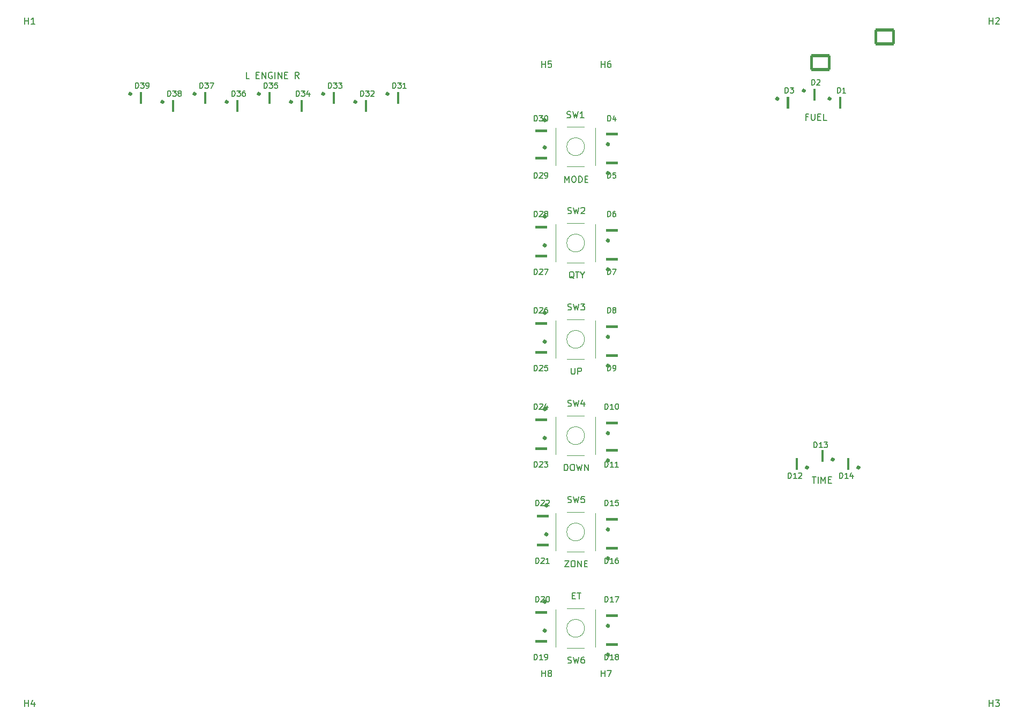
<source format=gbr>
%TF.GenerationSoftware,KiCad,Pcbnew,(6.0.9)*%
%TF.CreationDate,2023-01-27T20:31:40-09:00*%
%TF.ProjectId,IFEI,49464549-2e6b-4696-9361-645f70636258,rev?*%
%TF.SameCoordinates,Original*%
%TF.FileFunction,Legend,Top*%
%TF.FilePolarity,Positive*%
%FSLAX46Y46*%
G04 Gerber Fmt 4.6, Leading zero omitted, Abs format (unit mm)*
G04 Created by KiCad (PCBNEW (6.0.9)) date 2023-01-27 20:31:40*
%MOMM*%
%LPD*%
G01*
G04 APERTURE LIST*
G04 Aperture macros list*
%AMRoundRect*
0 Rectangle with rounded corners*
0 $1 Rounding radius*
0 $2 $3 $4 $5 $6 $7 $8 $9 X,Y pos of 4 corners*
0 Add a 4 corners polygon primitive as box body*
4,1,4,$2,$3,$4,$5,$6,$7,$8,$9,$2,$3,0*
0 Add four circle primitives for the rounded corners*
1,1,$1+$1,$2,$3*
1,1,$1+$1,$4,$5*
1,1,$1+$1,$6,$7*
1,1,$1+$1,$8,$9*
0 Add four rect primitives between the rounded corners*
20,1,$1+$1,$2,$3,$4,$5,0*
20,1,$1+$1,$4,$5,$6,$7,0*
20,1,$1+$1,$6,$7,$8,$9,0*
20,1,$1+$1,$8,$9,$2,$3,0*%
G04 Aperture macros list end*
%ADD10C,0.150000*%
%ADD11C,0.120000*%
%ADD12C,0.500000*%
%ADD13C,0.100000*%
%ADD14C,1.700000*%
%ADD15R,0.700000X0.700000*%
%ADD16RoundRect,0.250001X1.399999X-1.099999X1.399999X1.099999X-1.399999X1.099999X-1.399999X-1.099999X0*%
%ADD17O,3.300000X2.700000*%
%ADD18RoundRect,0.250001X-1.399999X1.099999X-1.399999X-1.099999X1.399999X-1.099999X1.399999X1.099999X0*%
%ADD19C,2.200000*%
%ADD20O,1.700000X1.700000*%
%ADD21R,1.700000X1.700000*%
%ADD22C,4.500000*%
G04 APERTURE END LIST*
D10*
X197969379Y-105052880D02*
X198540808Y-105052880D01*
X198255094Y-106052880D02*
X198255094Y-105052880D01*
X198874141Y-106052880D02*
X198874141Y-105052880D01*
X199350332Y-106052880D02*
X199350332Y-105052880D01*
X199683665Y-105767166D01*
X200016999Y-105052880D01*
X200016999Y-106052880D01*
X200493189Y-105529071D02*
X200826522Y-105529071D01*
X200969379Y-106052880D02*
X200493189Y-106052880D01*
X200493189Y-105052880D01*
X200969379Y-105052880D01*
X197262903Y-48125071D02*
X196929570Y-48125071D01*
X196929570Y-48648880D02*
X196929570Y-47648880D01*
X197405760Y-47648880D01*
X197786713Y-47648880D02*
X197786713Y-48458404D01*
X197834332Y-48553642D01*
X197881951Y-48601261D01*
X197977189Y-48648880D01*
X198167665Y-48648880D01*
X198262903Y-48601261D01*
X198310522Y-48553642D01*
X198358141Y-48458404D01*
X198358141Y-47648880D01*
X198834332Y-48125071D02*
X199167665Y-48125071D01*
X199310522Y-48648880D02*
X198834332Y-48648880D01*
X198834332Y-47648880D01*
X199310522Y-47648880D01*
X200215284Y-48648880D02*
X199739094Y-48648880D01*
X199739094Y-47648880D01*
X109006141Y-42044880D02*
X108529951Y-42044880D01*
X108529951Y-41044880D01*
X110101379Y-41521071D02*
X110434713Y-41521071D01*
X110577570Y-42044880D02*
X110101379Y-42044880D01*
X110101379Y-41044880D01*
X110577570Y-41044880D01*
X111006141Y-42044880D02*
X111006141Y-41044880D01*
X111577570Y-42044880D01*
X111577570Y-41044880D01*
X112577570Y-41092500D02*
X112482332Y-41044880D01*
X112339475Y-41044880D01*
X112196618Y-41092500D01*
X112101379Y-41187738D01*
X112053760Y-41282976D01*
X112006141Y-41473452D01*
X112006141Y-41616309D01*
X112053760Y-41806785D01*
X112101379Y-41902023D01*
X112196618Y-41997261D01*
X112339475Y-42044880D01*
X112434713Y-42044880D01*
X112577570Y-41997261D01*
X112625189Y-41949642D01*
X112625189Y-41616309D01*
X112434713Y-41616309D01*
X113053760Y-42044880D02*
X113053760Y-41044880D01*
X113529951Y-42044880D02*
X113529951Y-41044880D01*
X114101379Y-42044880D01*
X114101379Y-41044880D01*
X114577570Y-41521071D02*
X114910903Y-41521071D01*
X115053760Y-42044880D02*
X114577570Y-42044880D01*
X114577570Y-41044880D01*
X115053760Y-41044880D01*
X116815665Y-42044880D02*
X116482332Y-41568690D01*
X116244237Y-42044880D02*
X116244237Y-41044880D01*
X116625189Y-41044880D01*
X116720427Y-41092500D01*
X116768046Y-41140119D01*
X116815665Y-41235357D01*
X116815665Y-41378214D01*
X116768046Y-41473452D01*
X116720427Y-41521071D01*
X116625189Y-41568690D01*
X116244237Y-41568690D01*
%TO.C,SW6*%
X159321666Y-134516761D02*
X159464523Y-134564380D01*
X159702619Y-134564380D01*
X159797857Y-134516761D01*
X159845476Y-134469142D01*
X159893095Y-134373904D01*
X159893095Y-134278666D01*
X159845476Y-134183428D01*
X159797857Y-134135809D01*
X159702619Y-134088190D01*
X159512142Y-134040571D01*
X159416904Y-133992952D01*
X159369285Y-133945333D01*
X159321666Y-133850095D01*
X159321666Y-133754857D01*
X159369285Y-133659619D01*
X159416904Y-133612000D01*
X159512142Y-133564380D01*
X159750238Y-133564380D01*
X159893095Y-133612000D01*
X160226428Y-133564380D02*
X160464523Y-134564380D01*
X160655000Y-133850095D01*
X160845476Y-134564380D01*
X161083571Y-133564380D01*
X161893095Y-133564380D02*
X161702619Y-133564380D01*
X161607380Y-133612000D01*
X161559761Y-133659619D01*
X161464523Y-133802476D01*
X161416904Y-133992952D01*
X161416904Y-134373904D01*
X161464523Y-134469142D01*
X161512142Y-134516761D01*
X161607380Y-134564380D01*
X161797857Y-134564380D01*
X161893095Y-134516761D01*
X161940714Y-134469142D01*
X161988333Y-134373904D01*
X161988333Y-134135809D01*
X161940714Y-134040571D01*
X161893095Y-133992952D01*
X161797857Y-133945333D01*
X161607380Y-133945333D01*
X161512142Y-133992952D01*
X161464523Y-134040571D01*
X161416904Y-134135809D01*
X160059761Y-123880571D02*
X160393095Y-123880571D01*
X160535952Y-124404380D02*
X160059761Y-124404380D01*
X160059761Y-123404380D01*
X160535952Y-123404380D01*
X160821666Y-123404380D02*
X161393095Y-123404380D01*
X161107380Y-124404380D02*
X161107380Y-123404380D01*
%TO.C,SW5*%
X159321666Y-109116761D02*
X159464523Y-109164380D01*
X159702619Y-109164380D01*
X159797857Y-109116761D01*
X159845476Y-109069142D01*
X159893095Y-108973904D01*
X159893095Y-108878666D01*
X159845476Y-108783428D01*
X159797857Y-108735809D01*
X159702619Y-108688190D01*
X159512142Y-108640571D01*
X159416904Y-108592952D01*
X159369285Y-108545333D01*
X159321666Y-108450095D01*
X159321666Y-108354857D01*
X159369285Y-108259619D01*
X159416904Y-108212000D01*
X159512142Y-108164380D01*
X159750238Y-108164380D01*
X159893095Y-108212000D01*
X160226428Y-108164380D02*
X160464523Y-109164380D01*
X160655000Y-108450095D01*
X160845476Y-109164380D01*
X161083571Y-108164380D01*
X161940714Y-108164380D02*
X161464523Y-108164380D01*
X161416904Y-108640571D01*
X161464523Y-108592952D01*
X161559761Y-108545333D01*
X161797857Y-108545333D01*
X161893095Y-108592952D01*
X161940714Y-108640571D01*
X161988333Y-108735809D01*
X161988333Y-108973904D01*
X161940714Y-109069142D01*
X161893095Y-109116761D01*
X161797857Y-109164380D01*
X161559761Y-109164380D01*
X161464523Y-109116761D01*
X161416904Y-109069142D01*
X158821666Y-118324380D02*
X159488333Y-118324380D01*
X158821666Y-119324380D01*
X159488333Y-119324380D01*
X160059761Y-118324380D02*
X160250238Y-118324380D01*
X160345476Y-118372000D01*
X160440714Y-118467238D01*
X160488333Y-118657714D01*
X160488333Y-118991047D01*
X160440714Y-119181523D01*
X160345476Y-119276761D01*
X160250238Y-119324380D01*
X160059761Y-119324380D01*
X159964523Y-119276761D01*
X159869285Y-119181523D01*
X159821666Y-118991047D01*
X159821666Y-118657714D01*
X159869285Y-118467238D01*
X159964523Y-118372000D01*
X160059761Y-118324380D01*
X160916904Y-119324380D02*
X160916904Y-118324380D01*
X161488333Y-119324380D01*
X161488333Y-118324380D01*
X161964523Y-118800571D02*
X162297857Y-118800571D01*
X162440714Y-119324380D02*
X161964523Y-119324380D01*
X161964523Y-118324380D01*
X162440714Y-118324380D01*
%TO.C,SW4*%
X159321666Y-93876761D02*
X159464523Y-93924380D01*
X159702619Y-93924380D01*
X159797857Y-93876761D01*
X159845476Y-93829142D01*
X159893095Y-93733904D01*
X159893095Y-93638666D01*
X159845476Y-93543428D01*
X159797857Y-93495809D01*
X159702619Y-93448190D01*
X159512142Y-93400571D01*
X159416904Y-93352952D01*
X159369285Y-93305333D01*
X159321666Y-93210095D01*
X159321666Y-93114857D01*
X159369285Y-93019619D01*
X159416904Y-92972000D01*
X159512142Y-92924380D01*
X159750238Y-92924380D01*
X159893095Y-92972000D01*
X160226428Y-92924380D02*
X160464523Y-93924380D01*
X160655000Y-93210095D01*
X160845476Y-93924380D01*
X161083571Y-92924380D01*
X161893095Y-93257714D02*
X161893095Y-93924380D01*
X161655000Y-92876761D02*
X161416904Y-93591047D01*
X162035952Y-93591047D01*
X158774047Y-104084380D02*
X158774047Y-103084380D01*
X159012142Y-103084380D01*
X159155000Y-103132000D01*
X159250238Y-103227238D01*
X159297857Y-103322476D01*
X159345476Y-103512952D01*
X159345476Y-103655809D01*
X159297857Y-103846285D01*
X159250238Y-103941523D01*
X159155000Y-104036761D01*
X159012142Y-104084380D01*
X158774047Y-104084380D01*
X159964523Y-103084380D02*
X160155000Y-103084380D01*
X160250238Y-103132000D01*
X160345476Y-103227238D01*
X160393095Y-103417714D01*
X160393095Y-103751047D01*
X160345476Y-103941523D01*
X160250238Y-104036761D01*
X160155000Y-104084380D01*
X159964523Y-104084380D01*
X159869285Y-104036761D01*
X159774047Y-103941523D01*
X159726428Y-103751047D01*
X159726428Y-103417714D01*
X159774047Y-103227238D01*
X159869285Y-103132000D01*
X159964523Y-103084380D01*
X160726428Y-103084380D02*
X160964523Y-104084380D01*
X161155000Y-103370095D01*
X161345476Y-104084380D01*
X161583571Y-103084380D01*
X161964523Y-104084380D02*
X161964523Y-103084380D01*
X162535952Y-104084380D01*
X162535952Y-103084380D01*
%TO.C,SW3*%
X159321666Y-78636761D02*
X159464523Y-78684380D01*
X159702619Y-78684380D01*
X159797857Y-78636761D01*
X159845476Y-78589142D01*
X159893095Y-78493904D01*
X159893095Y-78398666D01*
X159845476Y-78303428D01*
X159797857Y-78255809D01*
X159702619Y-78208190D01*
X159512142Y-78160571D01*
X159416904Y-78112952D01*
X159369285Y-78065333D01*
X159321666Y-77970095D01*
X159321666Y-77874857D01*
X159369285Y-77779619D01*
X159416904Y-77732000D01*
X159512142Y-77684380D01*
X159750238Y-77684380D01*
X159893095Y-77732000D01*
X160226428Y-77684380D02*
X160464523Y-78684380D01*
X160655000Y-77970095D01*
X160845476Y-78684380D01*
X161083571Y-77684380D01*
X161369285Y-77684380D02*
X161988333Y-77684380D01*
X161655000Y-78065333D01*
X161797857Y-78065333D01*
X161893095Y-78112952D01*
X161940714Y-78160571D01*
X161988333Y-78255809D01*
X161988333Y-78493904D01*
X161940714Y-78589142D01*
X161893095Y-78636761D01*
X161797857Y-78684380D01*
X161512142Y-78684380D01*
X161416904Y-78636761D01*
X161369285Y-78589142D01*
X159869285Y-87844380D02*
X159869285Y-88653904D01*
X159916904Y-88749142D01*
X159964523Y-88796761D01*
X160059761Y-88844380D01*
X160250238Y-88844380D01*
X160345476Y-88796761D01*
X160393095Y-88749142D01*
X160440714Y-88653904D01*
X160440714Y-87844380D01*
X160916904Y-88844380D02*
X160916904Y-87844380D01*
X161297857Y-87844380D01*
X161393095Y-87892000D01*
X161440714Y-87939619D01*
X161488333Y-88034857D01*
X161488333Y-88177714D01*
X161440714Y-88272952D01*
X161393095Y-88320571D01*
X161297857Y-88368190D01*
X160916904Y-88368190D01*
%TO.C,SW2*%
X159321666Y-63396761D02*
X159464523Y-63444380D01*
X159702619Y-63444380D01*
X159797857Y-63396761D01*
X159845476Y-63349142D01*
X159893095Y-63253904D01*
X159893095Y-63158666D01*
X159845476Y-63063428D01*
X159797857Y-63015809D01*
X159702619Y-62968190D01*
X159512142Y-62920571D01*
X159416904Y-62872952D01*
X159369285Y-62825333D01*
X159321666Y-62730095D01*
X159321666Y-62634857D01*
X159369285Y-62539619D01*
X159416904Y-62492000D01*
X159512142Y-62444380D01*
X159750238Y-62444380D01*
X159893095Y-62492000D01*
X160226428Y-62444380D02*
X160464523Y-63444380D01*
X160655000Y-62730095D01*
X160845476Y-63444380D01*
X161083571Y-62444380D01*
X161416904Y-62539619D02*
X161464523Y-62492000D01*
X161559761Y-62444380D01*
X161797857Y-62444380D01*
X161893095Y-62492000D01*
X161940714Y-62539619D01*
X161988333Y-62634857D01*
X161988333Y-62730095D01*
X161940714Y-62872952D01*
X161369285Y-63444380D01*
X161988333Y-63444380D01*
X160289928Y-73699619D02*
X160194690Y-73652000D01*
X160099452Y-73556761D01*
X159956595Y-73413904D01*
X159861357Y-73366285D01*
X159766119Y-73366285D01*
X159813738Y-73604380D02*
X159718500Y-73556761D01*
X159623261Y-73461523D01*
X159575642Y-73271047D01*
X159575642Y-72937714D01*
X159623261Y-72747238D01*
X159718500Y-72652000D01*
X159813738Y-72604380D01*
X160004214Y-72604380D01*
X160099452Y-72652000D01*
X160194690Y-72747238D01*
X160242309Y-72937714D01*
X160242309Y-73271047D01*
X160194690Y-73461523D01*
X160099452Y-73556761D01*
X160004214Y-73604380D01*
X159813738Y-73604380D01*
X160528023Y-72604380D02*
X161099452Y-72604380D01*
X160813738Y-73604380D02*
X160813738Y-72604380D01*
X161623261Y-73128190D02*
X161623261Y-73604380D01*
X161289928Y-72604380D02*
X161623261Y-73128190D01*
X161956595Y-72604380D01*
%TO.C,SW1*%
X159194666Y-48220261D02*
X159337523Y-48267880D01*
X159575619Y-48267880D01*
X159670857Y-48220261D01*
X159718476Y-48172642D01*
X159766095Y-48077404D01*
X159766095Y-47982166D01*
X159718476Y-47886928D01*
X159670857Y-47839309D01*
X159575619Y-47791690D01*
X159385142Y-47744071D01*
X159289904Y-47696452D01*
X159242285Y-47648833D01*
X159194666Y-47553595D01*
X159194666Y-47458357D01*
X159242285Y-47363119D01*
X159289904Y-47315500D01*
X159385142Y-47267880D01*
X159623238Y-47267880D01*
X159766095Y-47315500D01*
X160099428Y-47267880D02*
X160337523Y-48267880D01*
X160528000Y-47553595D01*
X160718476Y-48267880D01*
X160956571Y-47267880D01*
X161861333Y-48267880D02*
X161289904Y-48267880D01*
X161575619Y-48267880D02*
X161575619Y-47267880D01*
X161480380Y-47410738D01*
X161385142Y-47505976D01*
X161289904Y-47553595D01*
X158845476Y-58491380D02*
X158845476Y-57491380D01*
X159178809Y-58205666D01*
X159512142Y-57491380D01*
X159512142Y-58491380D01*
X160178809Y-57491380D02*
X160369285Y-57491380D01*
X160464523Y-57539000D01*
X160559761Y-57634238D01*
X160607380Y-57824714D01*
X160607380Y-58158047D01*
X160559761Y-58348523D01*
X160464523Y-58443761D01*
X160369285Y-58491380D01*
X160178809Y-58491380D01*
X160083571Y-58443761D01*
X159988333Y-58348523D01*
X159940714Y-58158047D01*
X159940714Y-57824714D01*
X159988333Y-57634238D01*
X160083571Y-57539000D01*
X160178809Y-57491380D01*
X161035952Y-58491380D02*
X161035952Y-57491380D01*
X161274047Y-57491380D01*
X161416904Y-57539000D01*
X161512142Y-57634238D01*
X161559761Y-57729476D01*
X161607380Y-57919952D01*
X161607380Y-58062809D01*
X161559761Y-58253285D01*
X161512142Y-58348523D01*
X161416904Y-58443761D01*
X161274047Y-58491380D01*
X161035952Y-58491380D01*
X162035952Y-57967571D02*
X162369285Y-57967571D01*
X162512142Y-58491380D02*
X162035952Y-58491380D01*
X162035952Y-57491380D01*
X162512142Y-57491380D01*
%TO.C,D39*%
X91042857Y-43564523D02*
X91042857Y-42714523D01*
X91245238Y-42714523D01*
X91366666Y-42755000D01*
X91447619Y-42835952D01*
X91488095Y-42916904D01*
X91528571Y-43078809D01*
X91528571Y-43200238D01*
X91488095Y-43362142D01*
X91447619Y-43443095D01*
X91366666Y-43524047D01*
X91245238Y-43564523D01*
X91042857Y-43564523D01*
X91811904Y-42714523D02*
X92338095Y-42714523D01*
X92054761Y-43038333D01*
X92176190Y-43038333D01*
X92257142Y-43078809D01*
X92297619Y-43119285D01*
X92338095Y-43200238D01*
X92338095Y-43402619D01*
X92297619Y-43483571D01*
X92257142Y-43524047D01*
X92176190Y-43564523D01*
X91933333Y-43564523D01*
X91852380Y-43524047D01*
X91811904Y-43483571D01*
X92742857Y-43564523D02*
X92904761Y-43564523D01*
X92985714Y-43524047D01*
X93026190Y-43483571D01*
X93107142Y-43362142D01*
X93147619Y-43200238D01*
X93147619Y-42876428D01*
X93107142Y-42795476D01*
X93066666Y-42755000D01*
X92985714Y-42714523D01*
X92823809Y-42714523D01*
X92742857Y-42755000D01*
X92702380Y-42795476D01*
X92661904Y-42876428D01*
X92661904Y-43078809D01*
X92702380Y-43159761D01*
X92742857Y-43200238D01*
X92823809Y-43240714D01*
X92985714Y-43240714D01*
X93066666Y-43200238D01*
X93107142Y-43159761D01*
X93147619Y-43078809D01*
%TO.C,D38*%
X96122857Y-44834523D02*
X96122857Y-43984523D01*
X96325238Y-43984523D01*
X96446666Y-44025000D01*
X96527619Y-44105952D01*
X96568095Y-44186904D01*
X96608571Y-44348809D01*
X96608571Y-44470238D01*
X96568095Y-44632142D01*
X96527619Y-44713095D01*
X96446666Y-44794047D01*
X96325238Y-44834523D01*
X96122857Y-44834523D01*
X96891904Y-43984523D02*
X97418095Y-43984523D01*
X97134761Y-44308333D01*
X97256190Y-44308333D01*
X97337142Y-44348809D01*
X97377619Y-44389285D01*
X97418095Y-44470238D01*
X97418095Y-44672619D01*
X97377619Y-44753571D01*
X97337142Y-44794047D01*
X97256190Y-44834523D01*
X97013333Y-44834523D01*
X96932380Y-44794047D01*
X96891904Y-44753571D01*
X97903809Y-44348809D02*
X97822857Y-44308333D01*
X97782380Y-44267857D01*
X97741904Y-44186904D01*
X97741904Y-44146428D01*
X97782380Y-44065476D01*
X97822857Y-44025000D01*
X97903809Y-43984523D01*
X98065714Y-43984523D01*
X98146666Y-44025000D01*
X98187142Y-44065476D01*
X98227619Y-44146428D01*
X98227619Y-44186904D01*
X98187142Y-44267857D01*
X98146666Y-44308333D01*
X98065714Y-44348809D01*
X97903809Y-44348809D01*
X97822857Y-44389285D01*
X97782380Y-44429761D01*
X97741904Y-44510714D01*
X97741904Y-44672619D01*
X97782380Y-44753571D01*
X97822857Y-44794047D01*
X97903809Y-44834523D01*
X98065714Y-44834523D01*
X98146666Y-44794047D01*
X98187142Y-44753571D01*
X98227619Y-44672619D01*
X98227619Y-44510714D01*
X98187142Y-44429761D01*
X98146666Y-44389285D01*
X98065714Y-44348809D01*
%TO.C,D37*%
X101202857Y-43564523D02*
X101202857Y-42714523D01*
X101405238Y-42714523D01*
X101526666Y-42755000D01*
X101607619Y-42835952D01*
X101648095Y-42916904D01*
X101688571Y-43078809D01*
X101688571Y-43200238D01*
X101648095Y-43362142D01*
X101607619Y-43443095D01*
X101526666Y-43524047D01*
X101405238Y-43564523D01*
X101202857Y-43564523D01*
X101971904Y-42714523D02*
X102498095Y-42714523D01*
X102214761Y-43038333D01*
X102336190Y-43038333D01*
X102417142Y-43078809D01*
X102457619Y-43119285D01*
X102498095Y-43200238D01*
X102498095Y-43402619D01*
X102457619Y-43483571D01*
X102417142Y-43524047D01*
X102336190Y-43564523D01*
X102093333Y-43564523D01*
X102012380Y-43524047D01*
X101971904Y-43483571D01*
X102781428Y-42714523D02*
X103348095Y-42714523D01*
X102983809Y-43564523D01*
%TO.C,D36*%
X106282857Y-44834523D02*
X106282857Y-43984523D01*
X106485238Y-43984523D01*
X106606666Y-44025000D01*
X106687619Y-44105952D01*
X106728095Y-44186904D01*
X106768571Y-44348809D01*
X106768571Y-44470238D01*
X106728095Y-44632142D01*
X106687619Y-44713095D01*
X106606666Y-44794047D01*
X106485238Y-44834523D01*
X106282857Y-44834523D01*
X107051904Y-43984523D02*
X107578095Y-43984523D01*
X107294761Y-44308333D01*
X107416190Y-44308333D01*
X107497142Y-44348809D01*
X107537619Y-44389285D01*
X107578095Y-44470238D01*
X107578095Y-44672619D01*
X107537619Y-44753571D01*
X107497142Y-44794047D01*
X107416190Y-44834523D01*
X107173333Y-44834523D01*
X107092380Y-44794047D01*
X107051904Y-44753571D01*
X108306666Y-43984523D02*
X108144761Y-43984523D01*
X108063809Y-44025000D01*
X108023333Y-44065476D01*
X107942380Y-44186904D01*
X107901904Y-44348809D01*
X107901904Y-44672619D01*
X107942380Y-44753571D01*
X107982857Y-44794047D01*
X108063809Y-44834523D01*
X108225714Y-44834523D01*
X108306666Y-44794047D01*
X108347142Y-44753571D01*
X108387619Y-44672619D01*
X108387619Y-44470238D01*
X108347142Y-44389285D01*
X108306666Y-44348809D01*
X108225714Y-44308333D01*
X108063809Y-44308333D01*
X107982857Y-44348809D01*
X107942380Y-44389285D01*
X107901904Y-44470238D01*
%TO.C,D35*%
X111362857Y-43564523D02*
X111362857Y-42714523D01*
X111565238Y-42714523D01*
X111686666Y-42755000D01*
X111767619Y-42835952D01*
X111808095Y-42916904D01*
X111848571Y-43078809D01*
X111848571Y-43200238D01*
X111808095Y-43362142D01*
X111767619Y-43443095D01*
X111686666Y-43524047D01*
X111565238Y-43564523D01*
X111362857Y-43564523D01*
X112131904Y-42714523D02*
X112658095Y-42714523D01*
X112374761Y-43038333D01*
X112496190Y-43038333D01*
X112577142Y-43078809D01*
X112617619Y-43119285D01*
X112658095Y-43200238D01*
X112658095Y-43402619D01*
X112617619Y-43483571D01*
X112577142Y-43524047D01*
X112496190Y-43564523D01*
X112253333Y-43564523D01*
X112172380Y-43524047D01*
X112131904Y-43483571D01*
X113427142Y-42714523D02*
X113022380Y-42714523D01*
X112981904Y-43119285D01*
X113022380Y-43078809D01*
X113103333Y-43038333D01*
X113305714Y-43038333D01*
X113386666Y-43078809D01*
X113427142Y-43119285D01*
X113467619Y-43200238D01*
X113467619Y-43402619D01*
X113427142Y-43483571D01*
X113386666Y-43524047D01*
X113305714Y-43564523D01*
X113103333Y-43564523D01*
X113022380Y-43524047D01*
X112981904Y-43483571D01*
%TO.C,D34*%
X116442857Y-44834523D02*
X116442857Y-43984523D01*
X116645238Y-43984523D01*
X116766666Y-44025000D01*
X116847619Y-44105952D01*
X116888095Y-44186904D01*
X116928571Y-44348809D01*
X116928571Y-44470238D01*
X116888095Y-44632142D01*
X116847619Y-44713095D01*
X116766666Y-44794047D01*
X116645238Y-44834523D01*
X116442857Y-44834523D01*
X117211904Y-43984523D02*
X117738095Y-43984523D01*
X117454761Y-44308333D01*
X117576190Y-44308333D01*
X117657142Y-44348809D01*
X117697619Y-44389285D01*
X117738095Y-44470238D01*
X117738095Y-44672619D01*
X117697619Y-44753571D01*
X117657142Y-44794047D01*
X117576190Y-44834523D01*
X117333333Y-44834523D01*
X117252380Y-44794047D01*
X117211904Y-44753571D01*
X118466666Y-44267857D02*
X118466666Y-44834523D01*
X118264285Y-43944047D02*
X118061904Y-44551190D01*
X118588095Y-44551190D01*
%TO.C,D33*%
X121522857Y-43564523D02*
X121522857Y-42714523D01*
X121725238Y-42714523D01*
X121846666Y-42755000D01*
X121927619Y-42835952D01*
X121968095Y-42916904D01*
X122008571Y-43078809D01*
X122008571Y-43200238D01*
X121968095Y-43362142D01*
X121927619Y-43443095D01*
X121846666Y-43524047D01*
X121725238Y-43564523D01*
X121522857Y-43564523D01*
X122291904Y-42714523D02*
X122818095Y-42714523D01*
X122534761Y-43038333D01*
X122656190Y-43038333D01*
X122737142Y-43078809D01*
X122777619Y-43119285D01*
X122818095Y-43200238D01*
X122818095Y-43402619D01*
X122777619Y-43483571D01*
X122737142Y-43524047D01*
X122656190Y-43564523D01*
X122413333Y-43564523D01*
X122332380Y-43524047D01*
X122291904Y-43483571D01*
X123101428Y-42714523D02*
X123627619Y-42714523D01*
X123344285Y-43038333D01*
X123465714Y-43038333D01*
X123546666Y-43078809D01*
X123587142Y-43119285D01*
X123627619Y-43200238D01*
X123627619Y-43402619D01*
X123587142Y-43483571D01*
X123546666Y-43524047D01*
X123465714Y-43564523D01*
X123222857Y-43564523D01*
X123141904Y-43524047D01*
X123101428Y-43483571D01*
%TO.C,D32*%
X126602857Y-44834523D02*
X126602857Y-43984523D01*
X126805238Y-43984523D01*
X126926666Y-44025000D01*
X127007619Y-44105952D01*
X127048095Y-44186904D01*
X127088571Y-44348809D01*
X127088571Y-44470238D01*
X127048095Y-44632142D01*
X127007619Y-44713095D01*
X126926666Y-44794047D01*
X126805238Y-44834523D01*
X126602857Y-44834523D01*
X127371904Y-43984523D02*
X127898095Y-43984523D01*
X127614761Y-44308333D01*
X127736190Y-44308333D01*
X127817142Y-44348809D01*
X127857619Y-44389285D01*
X127898095Y-44470238D01*
X127898095Y-44672619D01*
X127857619Y-44753571D01*
X127817142Y-44794047D01*
X127736190Y-44834523D01*
X127493333Y-44834523D01*
X127412380Y-44794047D01*
X127371904Y-44753571D01*
X128221904Y-44065476D02*
X128262380Y-44025000D01*
X128343333Y-43984523D01*
X128545714Y-43984523D01*
X128626666Y-44025000D01*
X128667142Y-44065476D01*
X128707619Y-44146428D01*
X128707619Y-44227380D01*
X128667142Y-44348809D01*
X128181428Y-44834523D01*
X128707619Y-44834523D01*
%TO.C,D31*%
X131682857Y-43564523D02*
X131682857Y-42714523D01*
X131885238Y-42714523D01*
X132006666Y-42755000D01*
X132087619Y-42835952D01*
X132128095Y-42916904D01*
X132168571Y-43078809D01*
X132168571Y-43200238D01*
X132128095Y-43362142D01*
X132087619Y-43443095D01*
X132006666Y-43524047D01*
X131885238Y-43564523D01*
X131682857Y-43564523D01*
X132451904Y-42714523D02*
X132978095Y-42714523D01*
X132694761Y-43038333D01*
X132816190Y-43038333D01*
X132897142Y-43078809D01*
X132937619Y-43119285D01*
X132978095Y-43200238D01*
X132978095Y-43402619D01*
X132937619Y-43483571D01*
X132897142Y-43524047D01*
X132816190Y-43564523D01*
X132573333Y-43564523D01*
X132492380Y-43524047D01*
X132451904Y-43483571D01*
X133787619Y-43564523D02*
X133301904Y-43564523D01*
X133544761Y-43564523D02*
X133544761Y-42714523D01*
X133463809Y-42835952D01*
X133382857Y-42916904D01*
X133301904Y-42957380D01*
%TO.C,D30*%
X154034857Y-48771523D02*
X154034857Y-47921523D01*
X154237238Y-47921523D01*
X154358666Y-47962000D01*
X154439619Y-48042952D01*
X154480095Y-48123904D01*
X154520571Y-48285809D01*
X154520571Y-48407238D01*
X154480095Y-48569142D01*
X154439619Y-48650095D01*
X154358666Y-48731047D01*
X154237238Y-48771523D01*
X154034857Y-48771523D01*
X154803904Y-47921523D02*
X155330095Y-47921523D01*
X155046761Y-48245333D01*
X155168190Y-48245333D01*
X155249142Y-48285809D01*
X155289619Y-48326285D01*
X155330095Y-48407238D01*
X155330095Y-48609619D01*
X155289619Y-48690571D01*
X155249142Y-48731047D01*
X155168190Y-48771523D01*
X154925333Y-48771523D01*
X154844380Y-48731047D01*
X154803904Y-48690571D01*
X155856285Y-47921523D02*
X155937238Y-47921523D01*
X156018190Y-47962000D01*
X156058666Y-48002476D01*
X156099142Y-48083428D01*
X156139619Y-48245333D01*
X156139619Y-48447714D01*
X156099142Y-48609619D01*
X156058666Y-48690571D01*
X156018190Y-48731047D01*
X155937238Y-48771523D01*
X155856285Y-48771523D01*
X155775333Y-48731047D01*
X155734857Y-48690571D01*
X155694380Y-48609619D01*
X155653904Y-48447714D01*
X155653904Y-48245333D01*
X155694380Y-48083428D01*
X155734857Y-48002476D01*
X155775333Y-47962000D01*
X155856285Y-47921523D01*
%TO.C,D29*%
X154034857Y-57788523D02*
X154034857Y-56938523D01*
X154237238Y-56938523D01*
X154358666Y-56979000D01*
X154439619Y-57059952D01*
X154480095Y-57140904D01*
X154520571Y-57302809D01*
X154520571Y-57424238D01*
X154480095Y-57586142D01*
X154439619Y-57667095D01*
X154358666Y-57748047D01*
X154237238Y-57788523D01*
X154034857Y-57788523D01*
X154844380Y-57019476D02*
X154884857Y-56979000D01*
X154965809Y-56938523D01*
X155168190Y-56938523D01*
X155249142Y-56979000D01*
X155289619Y-57019476D01*
X155330095Y-57100428D01*
X155330095Y-57181380D01*
X155289619Y-57302809D01*
X154803904Y-57788523D01*
X155330095Y-57788523D01*
X155734857Y-57788523D02*
X155896761Y-57788523D01*
X155977714Y-57748047D01*
X156018190Y-57707571D01*
X156099142Y-57586142D01*
X156139619Y-57424238D01*
X156139619Y-57100428D01*
X156099142Y-57019476D01*
X156058666Y-56979000D01*
X155977714Y-56938523D01*
X155815809Y-56938523D01*
X155734857Y-56979000D01*
X155694380Y-57019476D01*
X155653904Y-57100428D01*
X155653904Y-57302809D01*
X155694380Y-57383761D01*
X155734857Y-57424238D01*
X155815809Y-57464714D01*
X155977714Y-57464714D01*
X156058666Y-57424238D01*
X156099142Y-57383761D01*
X156139619Y-57302809D01*
%TO.C,D28*%
X154034857Y-63884523D02*
X154034857Y-63034523D01*
X154237238Y-63034523D01*
X154358666Y-63075000D01*
X154439619Y-63155952D01*
X154480095Y-63236904D01*
X154520571Y-63398809D01*
X154520571Y-63520238D01*
X154480095Y-63682142D01*
X154439619Y-63763095D01*
X154358666Y-63844047D01*
X154237238Y-63884523D01*
X154034857Y-63884523D01*
X154844380Y-63115476D02*
X154884857Y-63075000D01*
X154965809Y-63034523D01*
X155168190Y-63034523D01*
X155249142Y-63075000D01*
X155289619Y-63115476D01*
X155330095Y-63196428D01*
X155330095Y-63277380D01*
X155289619Y-63398809D01*
X154803904Y-63884523D01*
X155330095Y-63884523D01*
X155815809Y-63398809D02*
X155734857Y-63358333D01*
X155694380Y-63317857D01*
X155653904Y-63236904D01*
X155653904Y-63196428D01*
X155694380Y-63115476D01*
X155734857Y-63075000D01*
X155815809Y-63034523D01*
X155977714Y-63034523D01*
X156058666Y-63075000D01*
X156099142Y-63115476D01*
X156139619Y-63196428D01*
X156139619Y-63236904D01*
X156099142Y-63317857D01*
X156058666Y-63358333D01*
X155977714Y-63398809D01*
X155815809Y-63398809D01*
X155734857Y-63439285D01*
X155694380Y-63479761D01*
X155653904Y-63560714D01*
X155653904Y-63722619D01*
X155694380Y-63803571D01*
X155734857Y-63844047D01*
X155815809Y-63884523D01*
X155977714Y-63884523D01*
X156058666Y-63844047D01*
X156099142Y-63803571D01*
X156139619Y-63722619D01*
X156139619Y-63560714D01*
X156099142Y-63479761D01*
X156058666Y-63439285D01*
X155977714Y-63398809D01*
%TO.C,D27*%
X154034857Y-73028523D02*
X154034857Y-72178523D01*
X154237238Y-72178523D01*
X154358666Y-72219000D01*
X154439619Y-72299952D01*
X154480095Y-72380904D01*
X154520571Y-72542809D01*
X154520571Y-72664238D01*
X154480095Y-72826142D01*
X154439619Y-72907095D01*
X154358666Y-72988047D01*
X154237238Y-73028523D01*
X154034857Y-73028523D01*
X154844380Y-72259476D02*
X154884857Y-72219000D01*
X154965809Y-72178523D01*
X155168190Y-72178523D01*
X155249142Y-72219000D01*
X155289619Y-72259476D01*
X155330095Y-72340428D01*
X155330095Y-72421380D01*
X155289619Y-72542809D01*
X154803904Y-73028523D01*
X155330095Y-73028523D01*
X155613428Y-72178523D02*
X156180095Y-72178523D01*
X155815809Y-73028523D01*
%TO.C,D26*%
X154034857Y-79124523D02*
X154034857Y-78274523D01*
X154237238Y-78274523D01*
X154358666Y-78315000D01*
X154439619Y-78395952D01*
X154480095Y-78476904D01*
X154520571Y-78638809D01*
X154520571Y-78760238D01*
X154480095Y-78922142D01*
X154439619Y-79003095D01*
X154358666Y-79084047D01*
X154237238Y-79124523D01*
X154034857Y-79124523D01*
X154844380Y-78355476D02*
X154884857Y-78315000D01*
X154965809Y-78274523D01*
X155168190Y-78274523D01*
X155249142Y-78315000D01*
X155289619Y-78355476D01*
X155330095Y-78436428D01*
X155330095Y-78517380D01*
X155289619Y-78638809D01*
X154803904Y-79124523D01*
X155330095Y-79124523D01*
X156058666Y-78274523D02*
X155896761Y-78274523D01*
X155815809Y-78315000D01*
X155775333Y-78355476D01*
X155694380Y-78476904D01*
X155653904Y-78638809D01*
X155653904Y-78962619D01*
X155694380Y-79043571D01*
X155734857Y-79084047D01*
X155815809Y-79124523D01*
X155977714Y-79124523D01*
X156058666Y-79084047D01*
X156099142Y-79043571D01*
X156139619Y-78962619D01*
X156139619Y-78760238D01*
X156099142Y-78679285D01*
X156058666Y-78638809D01*
X155977714Y-78598333D01*
X155815809Y-78598333D01*
X155734857Y-78638809D01*
X155694380Y-78679285D01*
X155653904Y-78760238D01*
%TO.C,D25*%
X154034857Y-88268523D02*
X154034857Y-87418523D01*
X154237238Y-87418523D01*
X154358666Y-87459000D01*
X154439619Y-87539952D01*
X154480095Y-87620904D01*
X154520571Y-87782809D01*
X154520571Y-87904238D01*
X154480095Y-88066142D01*
X154439619Y-88147095D01*
X154358666Y-88228047D01*
X154237238Y-88268523D01*
X154034857Y-88268523D01*
X154844380Y-87499476D02*
X154884857Y-87459000D01*
X154965809Y-87418523D01*
X155168190Y-87418523D01*
X155249142Y-87459000D01*
X155289619Y-87499476D01*
X155330095Y-87580428D01*
X155330095Y-87661380D01*
X155289619Y-87782809D01*
X154803904Y-88268523D01*
X155330095Y-88268523D01*
X156099142Y-87418523D02*
X155694380Y-87418523D01*
X155653904Y-87823285D01*
X155694380Y-87782809D01*
X155775333Y-87742333D01*
X155977714Y-87742333D01*
X156058666Y-87782809D01*
X156099142Y-87823285D01*
X156139619Y-87904238D01*
X156139619Y-88106619D01*
X156099142Y-88187571D01*
X156058666Y-88228047D01*
X155977714Y-88268523D01*
X155775333Y-88268523D01*
X155694380Y-88228047D01*
X155653904Y-88187571D01*
%TO.C,D24*%
X154034857Y-94364523D02*
X154034857Y-93514523D01*
X154237238Y-93514523D01*
X154358666Y-93555000D01*
X154439619Y-93635952D01*
X154480095Y-93716904D01*
X154520571Y-93878809D01*
X154520571Y-94000238D01*
X154480095Y-94162142D01*
X154439619Y-94243095D01*
X154358666Y-94324047D01*
X154237238Y-94364523D01*
X154034857Y-94364523D01*
X154844380Y-93595476D02*
X154884857Y-93555000D01*
X154965809Y-93514523D01*
X155168190Y-93514523D01*
X155249142Y-93555000D01*
X155289619Y-93595476D01*
X155330095Y-93676428D01*
X155330095Y-93757380D01*
X155289619Y-93878809D01*
X154803904Y-94364523D01*
X155330095Y-94364523D01*
X156058666Y-93797857D02*
X156058666Y-94364523D01*
X155856285Y-93474047D02*
X155653904Y-94081190D01*
X156180095Y-94081190D01*
%TO.C,D23*%
X154034857Y-103508523D02*
X154034857Y-102658523D01*
X154237238Y-102658523D01*
X154358666Y-102699000D01*
X154439619Y-102779952D01*
X154480095Y-102860904D01*
X154520571Y-103022809D01*
X154520571Y-103144238D01*
X154480095Y-103306142D01*
X154439619Y-103387095D01*
X154358666Y-103468047D01*
X154237238Y-103508523D01*
X154034857Y-103508523D01*
X154844380Y-102739476D02*
X154884857Y-102699000D01*
X154965809Y-102658523D01*
X155168190Y-102658523D01*
X155249142Y-102699000D01*
X155289619Y-102739476D01*
X155330095Y-102820428D01*
X155330095Y-102901380D01*
X155289619Y-103022809D01*
X154803904Y-103508523D01*
X155330095Y-103508523D01*
X155613428Y-102658523D02*
X156139619Y-102658523D01*
X155856285Y-102982333D01*
X155977714Y-102982333D01*
X156058666Y-103022809D01*
X156099142Y-103063285D01*
X156139619Y-103144238D01*
X156139619Y-103346619D01*
X156099142Y-103427571D01*
X156058666Y-103468047D01*
X155977714Y-103508523D01*
X155734857Y-103508523D01*
X155653904Y-103468047D01*
X155613428Y-103427571D01*
%TO.C,D22*%
X154288857Y-109604523D02*
X154288857Y-108754523D01*
X154491238Y-108754523D01*
X154612666Y-108795000D01*
X154693619Y-108875952D01*
X154734095Y-108956904D01*
X154774571Y-109118809D01*
X154774571Y-109240238D01*
X154734095Y-109402142D01*
X154693619Y-109483095D01*
X154612666Y-109564047D01*
X154491238Y-109604523D01*
X154288857Y-109604523D01*
X155098380Y-108835476D02*
X155138857Y-108795000D01*
X155219809Y-108754523D01*
X155422190Y-108754523D01*
X155503142Y-108795000D01*
X155543619Y-108835476D01*
X155584095Y-108916428D01*
X155584095Y-108997380D01*
X155543619Y-109118809D01*
X155057904Y-109604523D01*
X155584095Y-109604523D01*
X155907904Y-108835476D02*
X155948380Y-108795000D01*
X156029333Y-108754523D01*
X156231714Y-108754523D01*
X156312666Y-108795000D01*
X156353142Y-108835476D01*
X156393619Y-108916428D01*
X156393619Y-108997380D01*
X156353142Y-109118809D01*
X155867428Y-109604523D01*
X156393619Y-109604523D01*
%TO.C,D21*%
X154288857Y-118748523D02*
X154288857Y-117898523D01*
X154491238Y-117898523D01*
X154612666Y-117939000D01*
X154693619Y-118019952D01*
X154734095Y-118100904D01*
X154774571Y-118262809D01*
X154774571Y-118384238D01*
X154734095Y-118546142D01*
X154693619Y-118627095D01*
X154612666Y-118708047D01*
X154491238Y-118748523D01*
X154288857Y-118748523D01*
X155098380Y-117979476D02*
X155138857Y-117939000D01*
X155219809Y-117898523D01*
X155422190Y-117898523D01*
X155503142Y-117939000D01*
X155543619Y-117979476D01*
X155584095Y-118060428D01*
X155584095Y-118141380D01*
X155543619Y-118262809D01*
X155057904Y-118748523D01*
X155584095Y-118748523D01*
X156393619Y-118748523D02*
X155907904Y-118748523D01*
X156150761Y-118748523D02*
X156150761Y-117898523D01*
X156069809Y-118019952D01*
X155988857Y-118100904D01*
X155907904Y-118141380D01*
%TO.C,D20*%
X154288857Y-124844523D02*
X154288857Y-123994523D01*
X154491238Y-123994523D01*
X154612666Y-124035000D01*
X154693619Y-124115952D01*
X154734095Y-124196904D01*
X154774571Y-124358809D01*
X154774571Y-124480238D01*
X154734095Y-124642142D01*
X154693619Y-124723095D01*
X154612666Y-124804047D01*
X154491238Y-124844523D01*
X154288857Y-124844523D01*
X155098380Y-124075476D02*
X155138857Y-124035000D01*
X155219809Y-123994523D01*
X155422190Y-123994523D01*
X155503142Y-124035000D01*
X155543619Y-124075476D01*
X155584095Y-124156428D01*
X155584095Y-124237380D01*
X155543619Y-124358809D01*
X155057904Y-124844523D01*
X155584095Y-124844523D01*
X156110285Y-123994523D02*
X156191238Y-123994523D01*
X156272190Y-124035000D01*
X156312666Y-124075476D01*
X156353142Y-124156428D01*
X156393619Y-124318333D01*
X156393619Y-124520714D01*
X156353142Y-124682619D01*
X156312666Y-124763571D01*
X156272190Y-124804047D01*
X156191238Y-124844523D01*
X156110285Y-124844523D01*
X156029333Y-124804047D01*
X155988857Y-124763571D01*
X155948380Y-124682619D01*
X155907904Y-124520714D01*
X155907904Y-124318333D01*
X155948380Y-124156428D01*
X155988857Y-124075476D01*
X156029333Y-124035000D01*
X156110285Y-123994523D01*
%TO.C,D19*%
X154034857Y-133988523D02*
X154034857Y-133138523D01*
X154237238Y-133138523D01*
X154358666Y-133179000D01*
X154439619Y-133259952D01*
X154480095Y-133340904D01*
X154520571Y-133502809D01*
X154520571Y-133624238D01*
X154480095Y-133786142D01*
X154439619Y-133867095D01*
X154358666Y-133948047D01*
X154237238Y-133988523D01*
X154034857Y-133988523D01*
X155330095Y-133988523D02*
X154844380Y-133988523D01*
X155087238Y-133988523D02*
X155087238Y-133138523D01*
X155006285Y-133259952D01*
X154925333Y-133340904D01*
X154844380Y-133381380D01*
X155734857Y-133988523D02*
X155896761Y-133988523D01*
X155977714Y-133948047D01*
X156018190Y-133907571D01*
X156099142Y-133786142D01*
X156139619Y-133624238D01*
X156139619Y-133300428D01*
X156099142Y-133219476D01*
X156058666Y-133179000D01*
X155977714Y-133138523D01*
X155815809Y-133138523D01*
X155734857Y-133179000D01*
X155694380Y-133219476D01*
X155653904Y-133300428D01*
X155653904Y-133502809D01*
X155694380Y-133583761D01*
X155734857Y-133624238D01*
X155815809Y-133664714D01*
X155977714Y-133664714D01*
X156058666Y-133624238D01*
X156099142Y-133583761D01*
X156139619Y-133502809D01*
%TO.C,D18*%
X165210857Y-133988523D02*
X165210857Y-133138523D01*
X165413238Y-133138523D01*
X165534666Y-133179000D01*
X165615619Y-133259952D01*
X165656095Y-133340904D01*
X165696571Y-133502809D01*
X165696571Y-133624238D01*
X165656095Y-133786142D01*
X165615619Y-133867095D01*
X165534666Y-133948047D01*
X165413238Y-133988523D01*
X165210857Y-133988523D01*
X166506095Y-133988523D02*
X166020380Y-133988523D01*
X166263238Y-133988523D02*
X166263238Y-133138523D01*
X166182285Y-133259952D01*
X166101333Y-133340904D01*
X166020380Y-133381380D01*
X166991809Y-133502809D02*
X166910857Y-133462333D01*
X166870380Y-133421857D01*
X166829904Y-133340904D01*
X166829904Y-133300428D01*
X166870380Y-133219476D01*
X166910857Y-133179000D01*
X166991809Y-133138523D01*
X167153714Y-133138523D01*
X167234666Y-133179000D01*
X167275142Y-133219476D01*
X167315619Y-133300428D01*
X167315619Y-133340904D01*
X167275142Y-133421857D01*
X167234666Y-133462333D01*
X167153714Y-133502809D01*
X166991809Y-133502809D01*
X166910857Y-133543285D01*
X166870380Y-133583761D01*
X166829904Y-133664714D01*
X166829904Y-133826619D01*
X166870380Y-133907571D01*
X166910857Y-133948047D01*
X166991809Y-133988523D01*
X167153714Y-133988523D01*
X167234666Y-133948047D01*
X167275142Y-133907571D01*
X167315619Y-133826619D01*
X167315619Y-133664714D01*
X167275142Y-133583761D01*
X167234666Y-133543285D01*
X167153714Y-133502809D01*
%TO.C,D17*%
X165210857Y-124844523D02*
X165210857Y-123994523D01*
X165413238Y-123994523D01*
X165534666Y-124035000D01*
X165615619Y-124115952D01*
X165656095Y-124196904D01*
X165696571Y-124358809D01*
X165696571Y-124480238D01*
X165656095Y-124642142D01*
X165615619Y-124723095D01*
X165534666Y-124804047D01*
X165413238Y-124844523D01*
X165210857Y-124844523D01*
X166506095Y-124844523D02*
X166020380Y-124844523D01*
X166263238Y-124844523D02*
X166263238Y-123994523D01*
X166182285Y-124115952D01*
X166101333Y-124196904D01*
X166020380Y-124237380D01*
X166789428Y-123994523D02*
X167356095Y-123994523D01*
X166991809Y-124844523D01*
%TO.C,D16*%
X165210857Y-118748523D02*
X165210857Y-117898523D01*
X165413238Y-117898523D01*
X165534666Y-117939000D01*
X165615619Y-118019952D01*
X165656095Y-118100904D01*
X165696571Y-118262809D01*
X165696571Y-118384238D01*
X165656095Y-118546142D01*
X165615619Y-118627095D01*
X165534666Y-118708047D01*
X165413238Y-118748523D01*
X165210857Y-118748523D01*
X166506095Y-118748523D02*
X166020380Y-118748523D01*
X166263238Y-118748523D02*
X166263238Y-117898523D01*
X166182285Y-118019952D01*
X166101333Y-118100904D01*
X166020380Y-118141380D01*
X167234666Y-117898523D02*
X167072761Y-117898523D01*
X166991809Y-117939000D01*
X166951333Y-117979476D01*
X166870380Y-118100904D01*
X166829904Y-118262809D01*
X166829904Y-118586619D01*
X166870380Y-118667571D01*
X166910857Y-118708047D01*
X166991809Y-118748523D01*
X167153714Y-118748523D01*
X167234666Y-118708047D01*
X167275142Y-118667571D01*
X167315619Y-118586619D01*
X167315619Y-118384238D01*
X167275142Y-118303285D01*
X167234666Y-118262809D01*
X167153714Y-118222333D01*
X166991809Y-118222333D01*
X166910857Y-118262809D01*
X166870380Y-118303285D01*
X166829904Y-118384238D01*
%TO.C,D15*%
X165210857Y-109604523D02*
X165210857Y-108754523D01*
X165413238Y-108754523D01*
X165534666Y-108795000D01*
X165615619Y-108875952D01*
X165656095Y-108956904D01*
X165696571Y-109118809D01*
X165696571Y-109240238D01*
X165656095Y-109402142D01*
X165615619Y-109483095D01*
X165534666Y-109564047D01*
X165413238Y-109604523D01*
X165210857Y-109604523D01*
X166506095Y-109604523D02*
X166020380Y-109604523D01*
X166263238Y-109604523D02*
X166263238Y-108754523D01*
X166182285Y-108875952D01*
X166101333Y-108956904D01*
X166020380Y-108997380D01*
X167275142Y-108754523D02*
X166870380Y-108754523D01*
X166829904Y-109159285D01*
X166870380Y-109118809D01*
X166951333Y-109078333D01*
X167153714Y-109078333D01*
X167234666Y-109118809D01*
X167275142Y-109159285D01*
X167315619Y-109240238D01*
X167315619Y-109442619D01*
X167275142Y-109523571D01*
X167234666Y-109564047D01*
X167153714Y-109604523D01*
X166951333Y-109604523D01*
X166870380Y-109564047D01*
X166829904Y-109523571D01*
%TO.C,D14*%
X202294857Y-105286523D02*
X202294857Y-104436523D01*
X202497238Y-104436523D01*
X202618666Y-104477000D01*
X202699619Y-104557952D01*
X202740095Y-104638904D01*
X202780571Y-104800809D01*
X202780571Y-104922238D01*
X202740095Y-105084142D01*
X202699619Y-105165095D01*
X202618666Y-105246047D01*
X202497238Y-105286523D01*
X202294857Y-105286523D01*
X203590095Y-105286523D02*
X203104380Y-105286523D01*
X203347238Y-105286523D02*
X203347238Y-104436523D01*
X203266285Y-104557952D01*
X203185333Y-104638904D01*
X203104380Y-104679380D01*
X204318666Y-104719857D02*
X204318666Y-105286523D01*
X204116285Y-104396047D02*
X203913904Y-105003190D01*
X204440095Y-105003190D01*
%TO.C,D13*%
X198230857Y-100430024D02*
X198230857Y-99580024D01*
X198433238Y-99580024D01*
X198554666Y-99620501D01*
X198635619Y-99701453D01*
X198676095Y-99782405D01*
X198716571Y-99944310D01*
X198716571Y-100065739D01*
X198676095Y-100227643D01*
X198635619Y-100308596D01*
X198554666Y-100389548D01*
X198433238Y-100430024D01*
X198230857Y-100430024D01*
X199526095Y-100430024D02*
X199040380Y-100430024D01*
X199283238Y-100430024D02*
X199283238Y-99580024D01*
X199202285Y-99701453D01*
X199121333Y-99782405D01*
X199040380Y-99822881D01*
X199809428Y-99580024D02*
X200335619Y-99580024D01*
X200052285Y-99903834D01*
X200173714Y-99903834D01*
X200254666Y-99944310D01*
X200295142Y-99984786D01*
X200335619Y-100065739D01*
X200335619Y-100268120D01*
X200295142Y-100349072D01*
X200254666Y-100389548D01*
X200173714Y-100430024D01*
X199930857Y-100430024D01*
X199849904Y-100389548D01*
X199809428Y-100349072D01*
%TO.C,D12*%
X194166857Y-105286523D02*
X194166857Y-104436523D01*
X194369238Y-104436523D01*
X194490666Y-104477000D01*
X194571619Y-104557952D01*
X194612095Y-104638904D01*
X194652571Y-104800809D01*
X194652571Y-104922238D01*
X194612095Y-105084142D01*
X194571619Y-105165095D01*
X194490666Y-105246047D01*
X194369238Y-105286523D01*
X194166857Y-105286523D01*
X195462095Y-105286523D02*
X194976380Y-105286523D01*
X195219238Y-105286523D02*
X195219238Y-104436523D01*
X195138285Y-104557952D01*
X195057333Y-104638904D01*
X194976380Y-104679380D01*
X195785904Y-104517476D02*
X195826380Y-104477000D01*
X195907333Y-104436523D01*
X196109714Y-104436523D01*
X196190666Y-104477000D01*
X196231142Y-104517476D01*
X196271619Y-104598428D01*
X196271619Y-104679380D01*
X196231142Y-104800809D01*
X195745428Y-105286523D01*
X196271619Y-105286523D01*
%TO.C,D11*%
X165210857Y-103508523D02*
X165210857Y-102658523D01*
X165413238Y-102658523D01*
X165534666Y-102699000D01*
X165615619Y-102779952D01*
X165656095Y-102860904D01*
X165696571Y-103022809D01*
X165696571Y-103144238D01*
X165656095Y-103306142D01*
X165615619Y-103387095D01*
X165534666Y-103468047D01*
X165413238Y-103508523D01*
X165210857Y-103508523D01*
X166506095Y-103508523D02*
X166020380Y-103508523D01*
X166263238Y-103508523D02*
X166263238Y-102658523D01*
X166182285Y-102779952D01*
X166101333Y-102860904D01*
X166020380Y-102901380D01*
X167315619Y-103508523D02*
X166829904Y-103508523D01*
X167072761Y-103508523D02*
X167072761Y-102658523D01*
X166991809Y-102779952D01*
X166910857Y-102860904D01*
X166829904Y-102901380D01*
%TO.C,D10*%
X165210857Y-94364523D02*
X165210857Y-93514523D01*
X165413238Y-93514523D01*
X165534666Y-93555000D01*
X165615619Y-93635952D01*
X165656095Y-93716904D01*
X165696571Y-93878809D01*
X165696571Y-94000238D01*
X165656095Y-94162142D01*
X165615619Y-94243095D01*
X165534666Y-94324047D01*
X165413238Y-94364523D01*
X165210857Y-94364523D01*
X166506095Y-94364523D02*
X166020380Y-94364523D01*
X166263238Y-94364523D02*
X166263238Y-93514523D01*
X166182285Y-93635952D01*
X166101333Y-93716904D01*
X166020380Y-93757380D01*
X167032285Y-93514523D02*
X167113238Y-93514523D01*
X167194190Y-93555000D01*
X167234666Y-93595476D01*
X167275142Y-93676428D01*
X167315619Y-93838333D01*
X167315619Y-94040714D01*
X167275142Y-94202619D01*
X167234666Y-94283571D01*
X167194190Y-94324047D01*
X167113238Y-94364523D01*
X167032285Y-94364523D01*
X166951333Y-94324047D01*
X166910857Y-94283571D01*
X166870380Y-94202619D01*
X166829904Y-94040714D01*
X166829904Y-93838333D01*
X166870380Y-93676428D01*
X166910857Y-93595476D01*
X166951333Y-93555000D01*
X167032285Y-93514523D01*
%TO.C,D9*%
X165615619Y-88268523D02*
X165615619Y-87418523D01*
X165818000Y-87418523D01*
X165939428Y-87459000D01*
X166020380Y-87539952D01*
X166060857Y-87620904D01*
X166101333Y-87782809D01*
X166101333Y-87904238D01*
X166060857Y-88066142D01*
X166020380Y-88147095D01*
X165939428Y-88228047D01*
X165818000Y-88268523D01*
X165615619Y-88268523D01*
X166506095Y-88268523D02*
X166668000Y-88268523D01*
X166748952Y-88228047D01*
X166789428Y-88187571D01*
X166870380Y-88066142D01*
X166910857Y-87904238D01*
X166910857Y-87580428D01*
X166870380Y-87499476D01*
X166829904Y-87459000D01*
X166748952Y-87418523D01*
X166587047Y-87418523D01*
X166506095Y-87459000D01*
X166465619Y-87499476D01*
X166425142Y-87580428D01*
X166425142Y-87782809D01*
X166465619Y-87863761D01*
X166506095Y-87904238D01*
X166587047Y-87944714D01*
X166748952Y-87944714D01*
X166829904Y-87904238D01*
X166870380Y-87863761D01*
X166910857Y-87782809D01*
%TO.C,D8*%
X165615619Y-79124523D02*
X165615619Y-78274523D01*
X165818000Y-78274523D01*
X165939428Y-78315000D01*
X166020380Y-78395952D01*
X166060857Y-78476904D01*
X166101333Y-78638809D01*
X166101333Y-78760238D01*
X166060857Y-78922142D01*
X166020380Y-79003095D01*
X165939428Y-79084047D01*
X165818000Y-79124523D01*
X165615619Y-79124523D01*
X166587047Y-78638809D02*
X166506095Y-78598333D01*
X166465619Y-78557857D01*
X166425142Y-78476904D01*
X166425142Y-78436428D01*
X166465619Y-78355476D01*
X166506095Y-78315000D01*
X166587047Y-78274523D01*
X166748952Y-78274523D01*
X166829904Y-78315000D01*
X166870380Y-78355476D01*
X166910857Y-78436428D01*
X166910857Y-78476904D01*
X166870380Y-78557857D01*
X166829904Y-78598333D01*
X166748952Y-78638809D01*
X166587047Y-78638809D01*
X166506095Y-78679285D01*
X166465619Y-78719761D01*
X166425142Y-78800714D01*
X166425142Y-78962619D01*
X166465619Y-79043571D01*
X166506095Y-79084047D01*
X166587047Y-79124523D01*
X166748952Y-79124523D01*
X166829904Y-79084047D01*
X166870380Y-79043571D01*
X166910857Y-78962619D01*
X166910857Y-78800714D01*
X166870380Y-78719761D01*
X166829904Y-78679285D01*
X166748952Y-78638809D01*
%TO.C,D7*%
X165615619Y-73028523D02*
X165615619Y-72178523D01*
X165818000Y-72178523D01*
X165939428Y-72219000D01*
X166020380Y-72299952D01*
X166060857Y-72380904D01*
X166101333Y-72542809D01*
X166101333Y-72664238D01*
X166060857Y-72826142D01*
X166020380Y-72907095D01*
X165939428Y-72988047D01*
X165818000Y-73028523D01*
X165615619Y-73028523D01*
X166384666Y-72178523D02*
X166951333Y-72178523D01*
X166587047Y-73028523D01*
%TO.C,D6*%
X165615619Y-63884523D02*
X165615619Y-63034523D01*
X165818000Y-63034523D01*
X165939428Y-63075000D01*
X166020380Y-63155952D01*
X166060857Y-63236904D01*
X166101333Y-63398809D01*
X166101333Y-63520238D01*
X166060857Y-63682142D01*
X166020380Y-63763095D01*
X165939428Y-63844047D01*
X165818000Y-63884523D01*
X165615619Y-63884523D01*
X166829904Y-63034523D02*
X166668000Y-63034523D01*
X166587047Y-63075000D01*
X166546571Y-63115476D01*
X166465619Y-63236904D01*
X166425142Y-63398809D01*
X166425142Y-63722619D01*
X166465619Y-63803571D01*
X166506095Y-63844047D01*
X166587047Y-63884523D01*
X166748952Y-63884523D01*
X166829904Y-63844047D01*
X166870380Y-63803571D01*
X166910857Y-63722619D01*
X166910857Y-63520238D01*
X166870380Y-63439285D01*
X166829904Y-63398809D01*
X166748952Y-63358333D01*
X166587047Y-63358333D01*
X166506095Y-63398809D01*
X166465619Y-63439285D01*
X166425142Y-63520238D01*
%TO.C,D5*%
X165615619Y-57788523D02*
X165615619Y-56938523D01*
X165818000Y-56938523D01*
X165939428Y-56979000D01*
X166020380Y-57059952D01*
X166060857Y-57140904D01*
X166101333Y-57302809D01*
X166101333Y-57424238D01*
X166060857Y-57586142D01*
X166020380Y-57667095D01*
X165939428Y-57748047D01*
X165818000Y-57788523D01*
X165615619Y-57788523D01*
X166870380Y-56938523D02*
X166465619Y-56938523D01*
X166425142Y-57343285D01*
X166465619Y-57302809D01*
X166546571Y-57262333D01*
X166748952Y-57262333D01*
X166829904Y-57302809D01*
X166870380Y-57343285D01*
X166910857Y-57424238D01*
X166910857Y-57626619D01*
X166870380Y-57707571D01*
X166829904Y-57748047D01*
X166748952Y-57788523D01*
X166546571Y-57788523D01*
X166465619Y-57748047D01*
X166425142Y-57707571D01*
%TO.C,D4*%
X165615619Y-48771523D02*
X165615619Y-47921523D01*
X165818000Y-47921523D01*
X165939428Y-47962000D01*
X166020380Y-48042952D01*
X166060857Y-48123904D01*
X166101333Y-48285809D01*
X166101333Y-48407238D01*
X166060857Y-48569142D01*
X166020380Y-48650095D01*
X165939428Y-48731047D01*
X165818000Y-48771523D01*
X165615619Y-48771523D01*
X166829904Y-48204857D02*
X166829904Y-48771523D01*
X166627523Y-47881047D02*
X166425142Y-48488190D01*
X166951333Y-48488190D01*
%TO.C,D3*%
X193682619Y-44326523D02*
X193682619Y-43476523D01*
X193885000Y-43476523D01*
X194006428Y-43517000D01*
X194087380Y-43597952D01*
X194127857Y-43678904D01*
X194168333Y-43840809D01*
X194168333Y-43962238D01*
X194127857Y-44124142D01*
X194087380Y-44205095D01*
X194006428Y-44286047D01*
X193885000Y-44326523D01*
X193682619Y-44326523D01*
X194451666Y-43476523D02*
X194977857Y-43476523D01*
X194694523Y-43800333D01*
X194815952Y-43800333D01*
X194896904Y-43840809D01*
X194937380Y-43881285D01*
X194977857Y-43962238D01*
X194977857Y-44164619D01*
X194937380Y-44245571D01*
X194896904Y-44286047D01*
X194815952Y-44326523D01*
X194573095Y-44326523D01*
X194492142Y-44286047D01*
X194451666Y-44245571D01*
%TO.C,D2*%
X197873619Y-43056523D02*
X197873619Y-42206523D01*
X198076000Y-42206523D01*
X198197428Y-42247000D01*
X198278380Y-42327952D01*
X198318857Y-42408904D01*
X198359333Y-42570809D01*
X198359333Y-42692238D01*
X198318857Y-42854142D01*
X198278380Y-42935095D01*
X198197428Y-43016047D01*
X198076000Y-43056523D01*
X197873619Y-43056523D01*
X198683142Y-42287476D02*
X198723619Y-42247000D01*
X198804571Y-42206523D01*
X199006952Y-42206523D01*
X199087904Y-42247000D01*
X199128380Y-42287476D01*
X199168857Y-42368428D01*
X199168857Y-42449380D01*
X199128380Y-42570809D01*
X198642666Y-43056523D01*
X199168857Y-43056523D01*
%TO.C,D1*%
X201937619Y-44326523D02*
X201937619Y-43476523D01*
X202140000Y-43476523D01*
X202261428Y-43517000D01*
X202342380Y-43597952D01*
X202382857Y-43678904D01*
X202423333Y-43840809D01*
X202423333Y-43962238D01*
X202382857Y-44124142D01*
X202342380Y-44205095D01*
X202261428Y-44286047D01*
X202140000Y-44326523D01*
X201937619Y-44326523D01*
X203232857Y-44326523D02*
X202747142Y-44326523D01*
X202990000Y-44326523D02*
X202990000Y-43476523D01*
X202909047Y-43597952D01*
X202828095Y-43678904D01*
X202747142Y-43719380D01*
%TO.C,H8*%
X155194095Y-136680881D02*
X155194095Y-135680881D01*
X155194095Y-136157072D02*
X155765523Y-136157072D01*
X155765523Y-136680881D02*
X155765523Y-135680881D01*
X156384571Y-136109453D02*
X156289333Y-136061834D01*
X156241714Y-136014215D01*
X156194095Y-135918977D01*
X156194095Y-135871358D01*
X156241714Y-135776120D01*
X156289333Y-135728501D01*
X156384571Y-135680881D01*
X156575047Y-135680881D01*
X156670285Y-135728501D01*
X156717904Y-135776120D01*
X156765523Y-135871358D01*
X156765523Y-135918977D01*
X156717904Y-136014215D01*
X156670285Y-136061834D01*
X156575047Y-136109453D01*
X156384571Y-136109453D01*
X156289333Y-136157072D01*
X156241714Y-136204691D01*
X156194095Y-136299929D01*
X156194095Y-136490405D01*
X156241714Y-136585643D01*
X156289333Y-136633262D01*
X156384571Y-136680881D01*
X156575047Y-136680881D01*
X156670285Y-136633262D01*
X156717904Y-136585643D01*
X156765523Y-136490405D01*
X156765523Y-136299929D01*
X156717904Y-136204691D01*
X156670285Y-136157072D01*
X156575047Y-136109453D01*
%TO.C,H7*%
X164592094Y-136680881D02*
X164592094Y-135680881D01*
X164592094Y-136157072D02*
X165163522Y-136157072D01*
X165163522Y-136680881D02*
X165163522Y-135680881D01*
X165544475Y-135680881D02*
X166211141Y-135680881D01*
X165782570Y-136680881D01*
%TO.C,H6*%
X164592094Y-40287881D02*
X164592094Y-39287881D01*
X164592094Y-39764072D02*
X165163522Y-39764072D01*
X165163522Y-40287881D02*
X165163522Y-39287881D01*
X166068284Y-39287881D02*
X165877808Y-39287881D01*
X165782570Y-39335501D01*
X165734951Y-39383120D01*
X165639713Y-39525977D01*
X165592094Y-39716453D01*
X165592094Y-40097405D01*
X165639713Y-40192643D01*
X165687332Y-40240262D01*
X165782570Y-40287881D01*
X165973046Y-40287881D01*
X166068284Y-40240262D01*
X166115903Y-40192643D01*
X166163522Y-40097405D01*
X166163522Y-39859310D01*
X166115903Y-39764072D01*
X166068284Y-39716453D01*
X165973046Y-39668834D01*
X165782570Y-39668834D01*
X165687332Y-39716453D01*
X165639713Y-39764072D01*
X165592094Y-39859310D01*
%TO.C,H5*%
X155194095Y-40287881D02*
X155194095Y-39287881D01*
X155194095Y-39764072D02*
X155765523Y-39764072D01*
X155765523Y-40287881D02*
X155765523Y-39287881D01*
X156717904Y-39287881D02*
X156241714Y-39287881D01*
X156194095Y-39764072D01*
X156241714Y-39716453D01*
X156336952Y-39668834D01*
X156575047Y-39668834D01*
X156670285Y-39716453D01*
X156717904Y-39764072D01*
X156765523Y-39859310D01*
X156765523Y-40097405D01*
X156717904Y-40192643D01*
X156670285Y-40240262D01*
X156575047Y-40287881D01*
X156336952Y-40287881D01*
X156241714Y-40240262D01*
X156194095Y-40192643D01*
%TO.C,H4*%
X73533095Y-141383380D02*
X73533095Y-140383380D01*
X73533095Y-140859571D02*
X74104523Y-140859571D01*
X74104523Y-141383380D02*
X74104523Y-140383380D01*
X75009285Y-140716714D02*
X75009285Y-141383380D01*
X74771190Y-140335761D02*
X74533095Y-141050047D01*
X75152142Y-141050047D01*
%TO.C,H3*%
X225933095Y-141383380D02*
X225933095Y-140383380D01*
X225933095Y-140859571D02*
X226504523Y-140859571D01*
X226504523Y-141383380D02*
X226504523Y-140383380D01*
X226885476Y-140383380D02*
X227504523Y-140383380D01*
X227171190Y-140764333D01*
X227314047Y-140764333D01*
X227409285Y-140811952D01*
X227456904Y-140859571D01*
X227504523Y-140954809D01*
X227504523Y-141192904D01*
X227456904Y-141288142D01*
X227409285Y-141335761D01*
X227314047Y-141383380D01*
X227028333Y-141383380D01*
X226933095Y-141335761D01*
X226885476Y-141288142D01*
%TO.C,H2*%
X225933095Y-33433380D02*
X225933095Y-32433380D01*
X225933095Y-32909571D02*
X226504523Y-32909571D01*
X226504523Y-33433380D02*
X226504523Y-32433380D01*
X226933095Y-32528619D02*
X226980714Y-32481000D01*
X227075952Y-32433380D01*
X227314047Y-32433380D01*
X227409285Y-32481000D01*
X227456904Y-32528619D01*
X227504523Y-32623857D01*
X227504523Y-32719095D01*
X227456904Y-32861952D01*
X226885476Y-33433380D01*
X227504523Y-33433380D01*
%TO.C,H1*%
X73533095Y-33433380D02*
X73533095Y-32433380D01*
X73533095Y-32909571D02*
X74104523Y-32909571D01*
X74104523Y-33433380D02*
X74104523Y-32433380D01*
X75104523Y-33433380D02*
X74533095Y-33433380D01*
X74818809Y-33433380D02*
X74818809Y-32433380D01*
X74723571Y-32576238D01*
X74628333Y-32671476D01*
X74533095Y-32719095D01*
D11*
%TO.C,SW6*%
X159224000Y-125923500D02*
X161904000Y-125923500D01*
X161904000Y-132163500D02*
X159224000Y-132163500D01*
X163684000Y-126073500D02*
X163684000Y-132013500D01*
X157444000Y-126073500D02*
X157444000Y-132013500D01*
X161978214Y-129043500D02*
G75*
G03*
X161978214Y-129043500I-1414214J0D01*
G01*
%TO.C,SW5*%
X159224000Y-110683500D02*
X161904000Y-110683500D01*
X161904000Y-116923500D02*
X159224000Y-116923500D01*
X163684000Y-110833500D02*
X163684000Y-116773500D01*
X157444000Y-110833500D02*
X157444000Y-116773500D01*
X161978214Y-113803500D02*
G75*
G03*
X161978214Y-113803500I-1414214J0D01*
G01*
%TO.C,SW4*%
X159224000Y-95443501D02*
X161904000Y-95443501D01*
X161904000Y-101683501D02*
X159224000Y-101683501D01*
X163684000Y-95593501D02*
X163684000Y-101533501D01*
X157444000Y-95593501D02*
X157444000Y-101533501D01*
X161978214Y-98563501D02*
G75*
G03*
X161978214Y-98563501I-1414214J0D01*
G01*
%TO.C,SW3*%
X159224000Y-80203501D02*
X161904000Y-80203501D01*
X161904000Y-86443501D02*
X159224000Y-86443501D01*
X163684000Y-80353501D02*
X163684000Y-86293501D01*
X157444000Y-80353501D02*
X157444000Y-86293501D01*
X161978214Y-83323501D02*
G75*
G03*
X161978214Y-83323501I-1414214J0D01*
G01*
%TO.C,SW2*%
X159224000Y-64963501D02*
X161904000Y-64963501D01*
X161904000Y-71203501D02*
X159224000Y-71203501D01*
X163684000Y-65113501D02*
X163684000Y-71053501D01*
X157444000Y-65113501D02*
X157444000Y-71053501D01*
X161978214Y-68083501D02*
G75*
G03*
X161978214Y-68083501I-1414214J0D01*
G01*
%TO.C,SW1*%
X159224000Y-49723500D02*
X161904000Y-49723500D01*
X161904000Y-55963500D02*
X159224000Y-55963500D01*
X163684000Y-49873500D02*
X163684000Y-55813500D01*
X157444000Y-49873500D02*
X157444000Y-55813500D01*
X161978214Y-52843500D02*
G75*
G03*
X161978214Y-52843500I-1414214J0D01*
G01*
D12*
%TO.C,D39*%
X90275000Y-44485000D02*
G75*
G03*
X90275000Y-44485000I-100000J0D01*
G01*
G36*
X91975000Y-45985000D02*
G01*
X91675000Y-45985000D01*
X91675000Y-44185000D01*
X91975000Y-44185000D01*
X91975000Y-45985000D01*
G37*
D13*
X91975000Y-45985000D02*
X91675000Y-45985000D01*
X91675000Y-44185000D01*
X91975000Y-44185000D01*
X91975000Y-45985000D01*
D12*
%TO.C,D38*%
X95355000Y-45755000D02*
G75*
G03*
X95355000Y-45755000I-100000J0D01*
G01*
G36*
X97055000Y-47255000D02*
G01*
X96755000Y-47255000D01*
X96755000Y-45455000D01*
X97055000Y-45455000D01*
X97055000Y-47255000D01*
G37*
D13*
X97055000Y-47255000D02*
X96755000Y-47255000D01*
X96755000Y-45455000D01*
X97055000Y-45455000D01*
X97055000Y-47255000D01*
D12*
%TO.C,D37*%
X100435000Y-44485000D02*
G75*
G03*
X100435000Y-44485000I-100000J0D01*
G01*
G36*
X102135000Y-45985000D02*
G01*
X101835000Y-45985000D01*
X101835000Y-44185000D01*
X102135000Y-44185000D01*
X102135000Y-45985000D01*
G37*
D13*
X102135000Y-45985000D02*
X101835000Y-45985000D01*
X101835000Y-44185000D01*
X102135000Y-44185000D01*
X102135000Y-45985000D01*
D12*
%TO.C,D36*%
X105515000Y-45755000D02*
G75*
G03*
X105515000Y-45755000I-100000J0D01*
G01*
G36*
X107215000Y-47255000D02*
G01*
X106915000Y-47255000D01*
X106915000Y-45455000D01*
X107215000Y-45455000D01*
X107215000Y-47255000D01*
G37*
D13*
X107215000Y-47255000D02*
X106915000Y-47255000D01*
X106915000Y-45455000D01*
X107215000Y-45455000D01*
X107215000Y-47255000D01*
D12*
%TO.C,D35*%
X110595000Y-44485000D02*
G75*
G03*
X110595000Y-44485000I-100000J0D01*
G01*
G36*
X112295000Y-45985000D02*
G01*
X111995000Y-45985000D01*
X111995000Y-44185000D01*
X112295000Y-44185000D01*
X112295000Y-45985000D01*
G37*
D13*
X112295000Y-45985000D02*
X111995000Y-45985000D01*
X111995000Y-44185000D01*
X112295000Y-44185000D01*
X112295000Y-45985000D01*
D12*
%TO.C,D34*%
X115675000Y-45755000D02*
G75*
G03*
X115675000Y-45755000I-100000J0D01*
G01*
G36*
X117375000Y-47255000D02*
G01*
X117075000Y-47255000D01*
X117075000Y-45455000D01*
X117375000Y-45455000D01*
X117375000Y-47255000D01*
G37*
D13*
X117375000Y-47255000D02*
X117075000Y-47255000D01*
X117075000Y-45455000D01*
X117375000Y-45455000D01*
X117375000Y-47255000D01*
D12*
%TO.C,D33*%
X120755000Y-44485000D02*
G75*
G03*
X120755000Y-44485000I-100000J0D01*
G01*
G36*
X122455000Y-45985000D02*
G01*
X122155000Y-45985000D01*
X122155000Y-44185000D01*
X122455000Y-44185000D01*
X122455000Y-45985000D01*
G37*
D13*
X122455000Y-45985000D02*
X122155000Y-45985000D01*
X122155000Y-44185000D01*
X122455000Y-44185000D01*
X122455000Y-45985000D01*
D12*
%TO.C,D32*%
X125835000Y-45755000D02*
G75*
G03*
X125835000Y-45755000I-100000J0D01*
G01*
G36*
X127535000Y-47255000D02*
G01*
X127235000Y-47255000D01*
X127235000Y-45455000D01*
X127535000Y-45455000D01*
X127535000Y-47255000D01*
G37*
D13*
X127535000Y-47255000D02*
X127235000Y-47255000D01*
X127235000Y-45455000D01*
X127535000Y-45455000D01*
X127535000Y-47255000D01*
D12*
%TO.C,D31*%
X130915000Y-44485000D02*
G75*
G03*
X130915000Y-44485000I-100000J0D01*
G01*
G36*
X132615000Y-45985000D02*
G01*
X132315000Y-45985000D01*
X132315000Y-44185000D01*
X132615000Y-44185000D01*
X132615000Y-45985000D01*
G37*
D13*
X132615000Y-45985000D02*
X132315000Y-45985000D01*
X132315000Y-44185000D01*
X132615000Y-44185000D01*
X132615000Y-45985000D01*
D12*
%TO.C,D30*%
X155767000Y-48646000D02*
G75*
G03*
X155767000Y-48646000I-100000J0D01*
G01*
G36*
X155967000Y-50446000D02*
G01*
X154167000Y-50446000D01*
X154167000Y-50146000D01*
X155967000Y-50146000D01*
X155967000Y-50446000D01*
G37*
D13*
X155967000Y-50446000D02*
X154167000Y-50446000D01*
X154167000Y-50146000D01*
X155967000Y-50146000D01*
X155967000Y-50446000D01*
D12*
%TO.C,D29*%
X155767000Y-52964000D02*
G75*
G03*
X155767000Y-52964000I-100000J0D01*
G01*
G36*
X155967000Y-54764000D02*
G01*
X154167000Y-54764000D01*
X154167000Y-54464000D01*
X155967000Y-54464000D01*
X155967000Y-54764000D01*
G37*
D13*
X155967000Y-54764000D02*
X154167000Y-54764000D01*
X154167000Y-54464000D01*
X155967000Y-54464000D01*
X155967000Y-54764000D01*
D12*
%TO.C,D28*%
X155767000Y-63886000D02*
G75*
G03*
X155767000Y-63886000I-100000J0D01*
G01*
G36*
X155967000Y-65686000D02*
G01*
X154167000Y-65686000D01*
X154167000Y-65386000D01*
X155967000Y-65386000D01*
X155967000Y-65686000D01*
G37*
D13*
X155967000Y-65686000D02*
X154167000Y-65686000D01*
X154167000Y-65386000D01*
X155967000Y-65386000D01*
X155967000Y-65686000D01*
D12*
%TO.C,D27*%
X155767000Y-68458000D02*
G75*
G03*
X155767000Y-68458000I-100000J0D01*
G01*
G36*
X155967000Y-70258000D02*
G01*
X154167000Y-70258000D01*
X154167000Y-69958000D01*
X155967000Y-69958000D01*
X155967000Y-70258000D01*
G37*
D13*
X155967000Y-70258000D02*
X154167000Y-70258000D01*
X154167000Y-69958000D01*
X155967000Y-69958000D01*
X155967000Y-70258000D01*
D12*
%TO.C,D26*%
X155767000Y-79126000D02*
G75*
G03*
X155767000Y-79126000I-100000J0D01*
G01*
G36*
X155967000Y-80926000D02*
G01*
X154167000Y-80926000D01*
X154167000Y-80626000D01*
X155967000Y-80626000D01*
X155967000Y-80926000D01*
G37*
D13*
X155967000Y-80926000D02*
X154167000Y-80926000D01*
X154167000Y-80626000D01*
X155967000Y-80626000D01*
X155967000Y-80926000D01*
D12*
%TO.C,D25*%
X155767000Y-83698000D02*
G75*
G03*
X155767000Y-83698000I-100000J0D01*
G01*
G36*
X155967000Y-85498000D02*
G01*
X154167000Y-85498000D01*
X154167000Y-85198000D01*
X155967000Y-85198000D01*
X155967000Y-85498000D01*
G37*
D13*
X155967000Y-85498000D02*
X154167000Y-85498000D01*
X154167000Y-85198000D01*
X155967000Y-85198000D01*
X155967000Y-85498000D01*
D12*
%TO.C,D24*%
X155767000Y-94366000D02*
G75*
G03*
X155767000Y-94366000I-100000J0D01*
G01*
G36*
X155967000Y-96166000D02*
G01*
X154167000Y-96166000D01*
X154167000Y-95866000D01*
X155967000Y-95866000D01*
X155967000Y-96166000D01*
G37*
D13*
X155967000Y-96166000D02*
X154167000Y-96166000D01*
X154167000Y-95866000D01*
X155967000Y-95866000D01*
X155967000Y-96166000D01*
D12*
%TO.C,D23*%
X155767000Y-98938000D02*
G75*
G03*
X155767000Y-98938000I-100000J0D01*
G01*
G36*
X155967000Y-100738000D02*
G01*
X154167000Y-100738000D01*
X154167000Y-100438000D01*
X155967000Y-100438000D01*
X155967000Y-100738000D01*
G37*
D13*
X155967000Y-100738000D02*
X154167000Y-100738000D01*
X154167000Y-100438000D01*
X155967000Y-100438000D01*
X155967000Y-100738000D01*
D12*
%TO.C,D22*%
X156021000Y-109606000D02*
G75*
G03*
X156021000Y-109606000I-100000J0D01*
G01*
G36*
X156221000Y-111406000D02*
G01*
X154421000Y-111406000D01*
X154421000Y-111106000D01*
X156221000Y-111106000D01*
X156221000Y-111406000D01*
G37*
D13*
X156221000Y-111406000D02*
X154421000Y-111406000D01*
X154421000Y-111106000D01*
X156221000Y-111106000D01*
X156221000Y-111406000D01*
D12*
%TO.C,D21*%
X156021000Y-114178000D02*
G75*
G03*
X156021000Y-114178000I-100000J0D01*
G01*
G36*
X156221000Y-115978000D02*
G01*
X154421000Y-115978000D01*
X154421000Y-115678000D01*
X156221000Y-115678000D01*
X156221000Y-115978000D01*
G37*
D13*
X156221000Y-115978000D02*
X154421000Y-115978000D01*
X154421000Y-115678000D01*
X156221000Y-115678000D01*
X156221000Y-115978000D01*
D12*
%TO.C,D20*%
X155767000Y-124846000D02*
G75*
G03*
X155767000Y-124846000I-100000J0D01*
G01*
G36*
X155967000Y-126646000D02*
G01*
X154167000Y-126646000D01*
X154167000Y-126346000D01*
X155967000Y-126346000D01*
X155967000Y-126646000D01*
G37*
D13*
X155967000Y-126646000D02*
X154167000Y-126646000D01*
X154167000Y-126346000D01*
X155967000Y-126346000D01*
X155967000Y-126646000D01*
D12*
%TO.C,D19*%
X155767000Y-129418000D02*
G75*
G03*
X155767000Y-129418000I-100000J0D01*
G01*
G36*
X155967000Y-131218000D02*
G01*
X154167000Y-131218000D01*
X154167000Y-130918000D01*
X155967000Y-130918000D01*
X155967000Y-131218000D01*
G37*
D13*
X155967000Y-131218000D02*
X154167000Y-131218000D01*
X154167000Y-130918000D01*
X155967000Y-130918000D01*
X155967000Y-131218000D01*
D12*
%TO.C,D18*%
X165743000Y-133218000D02*
G75*
G03*
X165743000Y-133218000I-100000J0D01*
G01*
G36*
X167143000Y-131718000D02*
G01*
X165343000Y-131718000D01*
X165343000Y-131418000D01*
X167143000Y-131418000D01*
X167143000Y-131718000D01*
G37*
D13*
X167143000Y-131718000D02*
X165343000Y-131718000D01*
X165343000Y-131418000D01*
X167143000Y-131418000D01*
X167143000Y-131718000D01*
D12*
%TO.C,D17*%
X165743000Y-128646000D02*
G75*
G03*
X165743000Y-128646000I-100000J0D01*
G01*
G36*
X167143000Y-127146000D02*
G01*
X165343000Y-127146000D01*
X165343000Y-126846000D01*
X167143000Y-126846000D01*
X167143000Y-127146000D01*
G37*
D13*
X167143000Y-127146000D02*
X165343000Y-127146000D01*
X165343000Y-126846000D01*
X167143000Y-126846000D01*
X167143000Y-127146000D01*
D12*
%TO.C,D16*%
X165743000Y-117978000D02*
G75*
G03*
X165743000Y-117978000I-100000J0D01*
G01*
G36*
X167143000Y-116478000D02*
G01*
X165343000Y-116478000D01*
X165343000Y-116178000D01*
X167143000Y-116178000D01*
X167143000Y-116478000D01*
G37*
D13*
X167143000Y-116478000D02*
X165343000Y-116478000D01*
X165343000Y-116178000D01*
X167143000Y-116178000D01*
X167143000Y-116478000D01*
D12*
%TO.C,D15*%
X165743000Y-113406000D02*
G75*
G03*
X165743000Y-113406000I-100000J0D01*
G01*
G36*
X167143000Y-111906000D02*
G01*
X165343000Y-111906000D01*
X165343000Y-111606000D01*
X167143000Y-111606000D01*
X167143000Y-111906000D01*
G37*
D13*
X167143000Y-111906000D02*
X165343000Y-111906000D01*
X165343000Y-111606000D01*
X167143000Y-111606000D01*
X167143000Y-111906000D01*
D12*
%TO.C,D14*%
X205327000Y-103597000D02*
G75*
G03*
X205327000Y-103597000I-100000J0D01*
G01*
G36*
X203727000Y-103897000D02*
G01*
X203427000Y-103897000D01*
X203427000Y-102097000D01*
X203727000Y-102097000D01*
X203727000Y-103897000D01*
G37*
D13*
X203727000Y-103897000D02*
X203427000Y-103897000D01*
X203427000Y-102097000D01*
X203727000Y-102097000D01*
X203727000Y-103897000D01*
D12*
%TO.C,D13*%
X201263000Y-102327000D02*
G75*
G03*
X201263000Y-102327000I-100000J0D01*
G01*
G36*
X199663000Y-102627000D02*
G01*
X199363000Y-102627000D01*
X199363000Y-100827000D01*
X199663000Y-100827000D01*
X199663000Y-102627000D01*
G37*
D13*
X199663000Y-102627000D02*
X199363000Y-102627000D01*
X199363000Y-100827000D01*
X199663000Y-100827000D01*
X199663000Y-102627000D01*
D12*
%TO.C,D12*%
X197199000Y-103597000D02*
G75*
G03*
X197199000Y-103597000I-100000J0D01*
G01*
G36*
X195599000Y-103897000D02*
G01*
X195299000Y-103897000D01*
X195299000Y-102097000D01*
X195599000Y-102097000D01*
X195599000Y-103897000D01*
G37*
D13*
X195599000Y-103897000D02*
X195299000Y-103897000D01*
X195299000Y-102097000D01*
X195599000Y-102097000D01*
X195599000Y-103897000D01*
D12*
%TO.C,D11*%
X165743000Y-102484000D02*
G75*
G03*
X165743000Y-102484000I-100000J0D01*
G01*
G36*
X167143000Y-100984000D02*
G01*
X165343000Y-100984000D01*
X165343000Y-100684000D01*
X167143000Y-100684000D01*
X167143000Y-100984000D01*
G37*
D13*
X167143000Y-100984000D02*
X165343000Y-100984000D01*
X165343000Y-100684000D01*
X167143000Y-100684000D01*
X167143000Y-100984000D01*
D12*
%TO.C,D10*%
X165743000Y-98166000D02*
G75*
G03*
X165743000Y-98166000I-100000J0D01*
G01*
G36*
X167143000Y-96666000D02*
G01*
X165343000Y-96666000D01*
X165343000Y-96366000D01*
X167143000Y-96366000D01*
X167143000Y-96666000D01*
G37*
D13*
X167143000Y-96666000D02*
X165343000Y-96666000D01*
X165343000Y-96366000D01*
X167143000Y-96366000D01*
X167143000Y-96666000D01*
D12*
%TO.C,D9*%
X165743000Y-87498000D02*
G75*
G03*
X165743000Y-87498000I-100000J0D01*
G01*
G36*
X167143000Y-85998000D02*
G01*
X165343000Y-85998000D01*
X165343000Y-85698000D01*
X167143000Y-85698000D01*
X167143000Y-85998000D01*
G37*
D13*
X167143000Y-85998000D02*
X165343000Y-85998000D01*
X165343000Y-85698000D01*
X167143000Y-85698000D01*
X167143000Y-85998000D01*
D12*
%TO.C,D8*%
X165743000Y-82926000D02*
G75*
G03*
X165743000Y-82926000I-100000J0D01*
G01*
G36*
X167143000Y-81426000D02*
G01*
X165343000Y-81426000D01*
X165343000Y-81126000D01*
X167143000Y-81126000D01*
X167143000Y-81426000D01*
G37*
D13*
X167143000Y-81426000D02*
X165343000Y-81426000D01*
X165343000Y-81126000D01*
X167143000Y-81126000D01*
X167143000Y-81426000D01*
D12*
%TO.C,D7*%
X165743000Y-72258000D02*
G75*
G03*
X165743000Y-72258000I-100000J0D01*
G01*
G36*
X167143000Y-70758000D02*
G01*
X165343000Y-70758000D01*
X165343000Y-70458000D01*
X167143000Y-70458000D01*
X167143000Y-70758000D01*
G37*
D13*
X167143000Y-70758000D02*
X165343000Y-70758000D01*
X165343000Y-70458000D01*
X167143000Y-70458000D01*
X167143000Y-70758000D01*
D12*
%TO.C,D6*%
X165743000Y-67686000D02*
G75*
G03*
X165743000Y-67686000I-100000J0D01*
G01*
G36*
X167143000Y-66186000D02*
G01*
X165343000Y-66186000D01*
X165343000Y-65886000D01*
X167143000Y-65886000D01*
X167143000Y-66186000D01*
G37*
D13*
X167143000Y-66186000D02*
X165343000Y-66186000D01*
X165343000Y-65886000D01*
X167143000Y-65886000D01*
X167143000Y-66186000D01*
D12*
%TO.C,D5*%
X165743000Y-57018000D02*
G75*
G03*
X165743000Y-57018000I-100000J0D01*
G01*
G36*
X167143000Y-55518000D02*
G01*
X165343000Y-55518000D01*
X165343000Y-55218000D01*
X167143000Y-55218000D01*
X167143000Y-55518000D01*
G37*
D13*
X167143000Y-55518000D02*
X165343000Y-55518000D01*
X165343000Y-55218000D01*
X167143000Y-55218000D01*
X167143000Y-55518000D01*
D12*
%TO.C,D4*%
X165743000Y-52446000D02*
G75*
G03*
X165743000Y-52446000I-100000J0D01*
G01*
G36*
X167143000Y-50946000D02*
G01*
X165343000Y-50946000D01*
X165343000Y-50646000D01*
X167143000Y-50646000D01*
X167143000Y-50946000D01*
G37*
D13*
X167143000Y-50946000D02*
X165343000Y-50946000D01*
X165343000Y-50646000D01*
X167143000Y-50646000D01*
X167143000Y-50946000D01*
D12*
%TO.C,D3*%
X192510000Y-45247000D02*
G75*
G03*
X192510000Y-45247000I-100000J0D01*
G01*
G36*
X194210000Y-46747000D02*
G01*
X193910000Y-46747000D01*
X193910000Y-44947000D01*
X194210000Y-44947000D01*
X194210000Y-46747000D01*
G37*
D13*
X194210000Y-46747000D02*
X193910000Y-46747000D01*
X193910000Y-44947000D01*
X194210000Y-44947000D01*
X194210000Y-46747000D01*
D12*
%TO.C,D2*%
X196701000Y-43977000D02*
G75*
G03*
X196701000Y-43977000I-100000J0D01*
G01*
G36*
X198401000Y-45477000D02*
G01*
X198101000Y-45477000D01*
X198101000Y-43677000D01*
X198401000Y-43677000D01*
X198401000Y-45477000D01*
G37*
D13*
X198401000Y-45477000D02*
X198101000Y-45477000D01*
X198101000Y-43677000D01*
X198401000Y-43677000D01*
X198401000Y-45477000D01*
D12*
%TO.C,D1*%
X200765000Y-45247000D02*
G75*
G03*
X200765000Y-45247000I-100000J0D01*
G01*
G36*
X202465000Y-46747000D02*
G01*
X202165000Y-46747000D01*
X202165000Y-44947000D01*
X202465000Y-44947000D01*
X202465000Y-46747000D01*
G37*
D13*
X202465000Y-46747000D02*
X202165000Y-46747000D01*
X202165000Y-44947000D01*
X202465000Y-44947000D01*
X202465000Y-46747000D01*
%TD*%
%LPC*%
D14*
%TO.C,SW6*%
X162814000Y-125793500D03*
X162814000Y-132293500D03*
X158314000Y-125793500D03*
X158314000Y-132293500D03*
%TD*%
%TO.C,SW5*%
X162814000Y-110553500D03*
X162814000Y-117053500D03*
X158314000Y-110553500D03*
X158314000Y-117053500D03*
%TD*%
%TO.C,SW4*%
X162814000Y-95313501D03*
X162814000Y-101813501D03*
X158314000Y-95313501D03*
X158314000Y-101813501D03*
%TD*%
%TO.C,SW3*%
X162814000Y-80073501D03*
X162814000Y-86573501D03*
X158314000Y-80073501D03*
X158314000Y-86573501D03*
%TD*%
%TO.C,SW2*%
X162814000Y-64833501D03*
X162814000Y-71333501D03*
X158314000Y-64833501D03*
X158314000Y-71333501D03*
%TD*%
%TO.C,SW1*%
X162814000Y-49593500D03*
X162814000Y-56093500D03*
X158314000Y-49593500D03*
X158314000Y-56093500D03*
%TD*%
D15*
%TO.C,D39*%
X91160000Y-44535000D03*
X91160000Y-45635000D03*
X92990000Y-45635000D03*
X92990000Y-44535000D03*
%TD*%
%TO.C,D38*%
X96240000Y-45805000D03*
X96240000Y-46905000D03*
X98070000Y-46905000D03*
X98070000Y-45805000D03*
%TD*%
%TO.C,D37*%
X101320000Y-44535000D03*
X101320000Y-45635000D03*
X103150000Y-45635000D03*
X103150000Y-44535000D03*
%TD*%
%TO.C,D36*%
X106400000Y-45805000D03*
X106400000Y-46905000D03*
X108230000Y-46905000D03*
X108230000Y-45805000D03*
%TD*%
%TO.C,D35*%
X111480000Y-44535000D03*
X111480000Y-45635000D03*
X113310000Y-45635000D03*
X113310000Y-44535000D03*
%TD*%
%TO.C,D34*%
X116560000Y-45805000D03*
X116560000Y-46905000D03*
X118390000Y-46905000D03*
X118390000Y-45805000D03*
%TD*%
%TO.C,D33*%
X121640000Y-44535000D03*
X121640000Y-45635000D03*
X123470000Y-45635000D03*
X123470000Y-44535000D03*
%TD*%
%TO.C,D32*%
X126720000Y-45805000D03*
X126720000Y-46905000D03*
X128550000Y-46905000D03*
X128550000Y-45805000D03*
%TD*%
%TO.C,D31*%
X131800000Y-44535000D03*
X131800000Y-45635000D03*
X133630000Y-45635000D03*
X133630000Y-44535000D03*
%TD*%
%TO.C,D30*%
X155617000Y-49631000D03*
X154517000Y-49631000D03*
X154517000Y-51461000D03*
X155617000Y-51461000D03*
%TD*%
%TO.C,D29*%
X155617000Y-53949000D03*
X154517000Y-53949000D03*
X154517000Y-55779000D03*
X155617000Y-55779000D03*
%TD*%
%TO.C,D28*%
X155617000Y-64871000D03*
X154517000Y-64871000D03*
X154517000Y-66701000D03*
X155617000Y-66701000D03*
%TD*%
%TO.C,D27*%
X155617000Y-69443000D03*
X154517000Y-69443000D03*
X154517000Y-71273000D03*
X155617000Y-71273000D03*
%TD*%
%TO.C,D26*%
X155617000Y-80111000D03*
X154517000Y-80111000D03*
X154517000Y-81941000D03*
X155617000Y-81941000D03*
%TD*%
%TO.C,D25*%
X155617000Y-84683000D03*
X154517000Y-84683000D03*
X154517000Y-86513000D03*
X155617000Y-86513000D03*
%TD*%
%TO.C,D24*%
X155617000Y-95351000D03*
X154517000Y-95351000D03*
X154517000Y-97181000D03*
X155617000Y-97181000D03*
%TD*%
%TO.C,D23*%
X155617000Y-99923000D03*
X154517000Y-99923000D03*
X154517000Y-101753000D03*
X155617000Y-101753000D03*
%TD*%
%TO.C,D22*%
X155871000Y-110591000D03*
X154771000Y-110591000D03*
X154771000Y-112421000D03*
X155871000Y-112421000D03*
%TD*%
%TO.C,D21*%
X155871000Y-115163000D03*
X154771000Y-115163000D03*
X154771000Y-116993000D03*
X155871000Y-116993000D03*
%TD*%
%TO.C,D20*%
X155617000Y-125831000D03*
X154517000Y-125831000D03*
X154517000Y-127661000D03*
X155617000Y-127661000D03*
%TD*%
%TO.C,D19*%
X155617000Y-130403000D03*
X154517000Y-130403000D03*
X154517000Y-132233000D03*
X155617000Y-132233000D03*
%TD*%
%TO.C,D18*%
X165693000Y-132233000D03*
X166793000Y-132233000D03*
X166793000Y-130403000D03*
X165693000Y-130403000D03*
%TD*%
%TO.C,D17*%
X165693000Y-127661000D03*
X166793000Y-127661000D03*
X166793000Y-125831000D03*
X165693000Y-125831000D03*
%TD*%
%TO.C,D16*%
X165693000Y-116993000D03*
X166793000Y-116993000D03*
X166793000Y-115163000D03*
X165693000Y-115163000D03*
%TD*%
%TO.C,D15*%
X165693000Y-112421000D03*
X166793000Y-112421000D03*
X166793000Y-110591000D03*
X165693000Y-110591000D03*
%TD*%
%TO.C,D14*%
X204242000Y-103547000D03*
X204242000Y-102447000D03*
X202412000Y-102447000D03*
X202412000Y-103547000D03*
%TD*%
%TO.C,D13*%
X200178000Y-102277000D03*
X200178000Y-101177000D03*
X198348000Y-101177000D03*
X198348000Y-102277000D03*
%TD*%
%TO.C,D12*%
X196114000Y-103547000D03*
X196114000Y-102447000D03*
X194284000Y-102447000D03*
X194284000Y-103547000D03*
%TD*%
%TO.C,D11*%
X165693000Y-101499000D03*
X166793000Y-101499000D03*
X166793000Y-99669000D03*
X165693000Y-99669000D03*
%TD*%
%TO.C,D10*%
X165693000Y-97181000D03*
X166793000Y-97181000D03*
X166793000Y-95351000D03*
X165693000Y-95351000D03*
%TD*%
%TO.C,D9*%
X165693000Y-86513000D03*
X166793000Y-86513000D03*
X166793000Y-84683000D03*
X165693000Y-84683000D03*
%TD*%
%TO.C,D8*%
X165693000Y-81941000D03*
X166793000Y-81941000D03*
X166793000Y-80111000D03*
X165693000Y-80111000D03*
%TD*%
%TO.C,D7*%
X165693000Y-71273000D03*
X166793000Y-71273000D03*
X166793000Y-69443000D03*
X165693000Y-69443000D03*
%TD*%
%TO.C,D6*%
X165693000Y-66701000D03*
X166793000Y-66701000D03*
X166793000Y-64871000D03*
X165693000Y-64871000D03*
%TD*%
%TO.C,D5*%
X165693000Y-56033000D03*
X166793000Y-56033000D03*
X166793000Y-54203000D03*
X165693000Y-54203000D03*
%TD*%
%TO.C,D4*%
X165693000Y-51461000D03*
X166793000Y-51461000D03*
X166793000Y-49631000D03*
X165693000Y-49631000D03*
%TD*%
%TO.C,D3*%
X193395000Y-45297000D03*
X193395000Y-46397000D03*
X195225000Y-46397000D03*
X195225000Y-45297000D03*
%TD*%
%TO.C,D2*%
X197586000Y-44027000D03*
X197586000Y-45127000D03*
X199416000Y-45127000D03*
X199416000Y-44027000D03*
%TD*%
%TO.C,D1*%
X201650000Y-45297000D03*
X201650000Y-46397000D03*
X203480000Y-46397000D03*
X203480000Y-45297000D03*
%TD*%
D16*
%TO.C,J2*%
X199263000Y-39497000D03*
D17*
X199263000Y-35297000D03*
X193763000Y-39497000D03*
X193763000Y-35297000D03*
%TD*%
D18*
%TO.C,J1*%
X209423000Y-35433000D03*
D17*
X209423000Y-39633000D03*
X214923000Y-35433000D03*
X214923000Y-39633000D03*
%TD*%
D19*
%TO.C,H8*%
X155956000Y-139128501D03*
%TD*%
%TO.C,H7*%
X165353999Y-139128501D03*
%TD*%
%TO.C,H6*%
X165353999Y-42735501D03*
%TD*%
%TO.C,H5*%
X155956000Y-42735501D03*
%TD*%
D20*
%TO.C,J3*%
X182244999Y-40068500D03*
X182244999Y-37528500D03*
X179704999Y-40068500D03*
X179704999Y-37528500D03*
X177164999Y-40068500D03*
X177164999Y-37528500D03*
X174624999Y-40068500D03*
D21*
X174624999Y-37528500D03*
%TD*%
D22*
%TO.C,H4*%
X74295000Y-146431000D03*
%TD*%
%TO.C,H3*%
X226695000Y-146431000D03*
%TD*%
%TO.C,H2*%
X226695000Y-38481000D03*
%TD*%
%TO.C,H1*%
X74295000Y-38481000D03*
%TD*%
M02*

</source>
